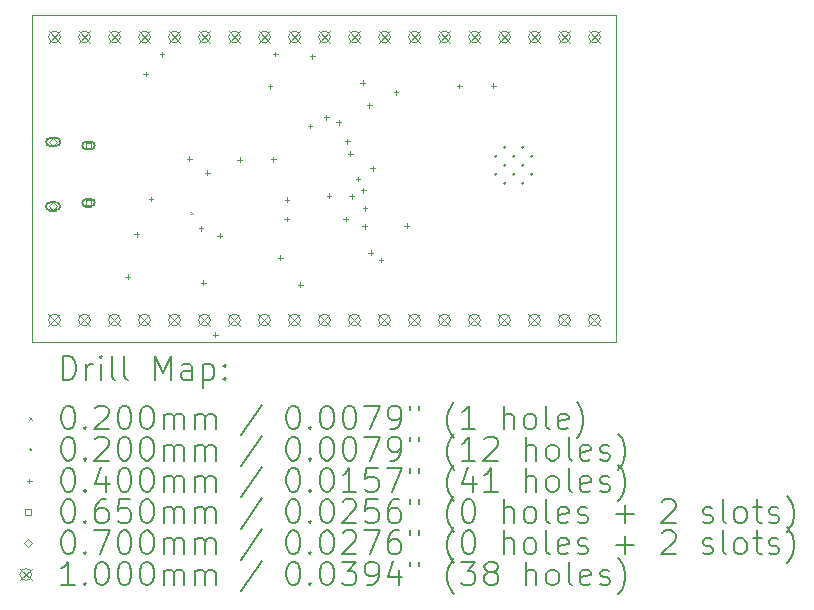
<source format=gbr>
%TF.GenerationSoftware,KiCad,Pcbnew,7.0.8*%
%TF.CreationDate,2023-12-18T21:49:58+05:30*%
%TF.ProjectId,ESP WROOM 32-Devkit V4,45535020-5752-44f4-9f4d-2033322d4465,rev?*%
%TF.SameCoordinates,Original*%
%TF.FileFunction,Drillmap*%
%TF.FilePolarity,Positive*%
%FSLAX45Y45*%
G04 Gerber Fmt 4.5, Leading zero omitted, Abs format (unit mm)*
G04 Created by KiCad (PCBNEW 7.0.8) date 2023-12-18 21:49:58*
%MOMM*%
%LPD*%
G01*
G04 APERTURE LIST*
%ADD10C,0.100000*%
%ADD11C,0.200000*%
%ADD12C,0.020000*%
%ADD13C,0.040000*%
%ADD14C,0.065000*%
%ADD15C,0.070000*%
G04 APERTURE END LIST*
D10*
X9907000Y-8782000D02*
X14852000Y-8782000D01*
X14852000Y-11557000D01*
X9907000Y-11557000D01*
X9907000Y-8782000D01*
D11*
D12*
X11249454Y-10451534D02*
X11269454Y-10471534D01*
X11269454Y-10451534D02*
X11249454Y-10471534D01*
X13841500Y-9981750D02*
G75*
G03*
X13841500Y-9981750I-10000J0D01*
G01*
X13841500Y-10134250D02*
G75*
G03*
X13841500Y-10134250I-10000J0D01*
G01*
X13917750Y-9905500D02*
G75*
G03*
X13917750Y-9905500I-10000J0D01*
G01*
X13917750Y-10058000D02*
G75*
G03*
X13917750Y-10058000I-10000J0D01*
G01*
X13917750Y-10210500D02*
G75*
G03*
X13917750Y-10210500I-10000J0D01*
G01*
X13994000Y-9981750D02*
G75*
G03*
X13994000Y-9981750I-10000J0D01*
G01*
X13994000Y-10134250D02*
G75*
G03*
X13994000Y-10134250I-10000J0D01*
G01*
X14070250Y-9905500D02*
G75*
G03*
X14070250Y-9905500I-10000J0D01*
G01*
X14070250Y-10058000D02*
G75*
G03*
X14070250Y-10058000I-10000J0D01*
G01*
X14070250Y-10210500D02*
G75*
G03*
X14070250Y-10210500I-10000J0D01*
G01*
X14146500Y-9981750D02*
G75*
G03*
X14146500Y-9981750I-10000J0D01*
G01*
X14146500Y-10134250D02*
G75*
G03*
X14146500Y-10134250I-10000J0D01*
G01*
D13*
X10713000Y-10981000D02*
X10713000Y-11021000D01*
X10693000Y-11001000D02*
X10733000Y-11001000D01*
X10789100Y-10620900D02*
X10789100Y-10660900D01*
X10769100Y-10640900D02*
X10809100Y-10640900D01*
X10867100Y-9265340D02*
X10867100Y-9305340D01*
X10847100Y-9285340D02*
X10887100Y-9285340D01*
X10911000Y-10323400D02*
X10911000Y-10363400D01*
X10891000Y-10343400D02*
X10931000Y-10343400D01*
X11004600Y-9098230D02*
X11004600Y-9138230D01*
X10984600Y-9118230D02*
X11024600Y-9118230D01*
X11236600Y-9981200D02*
X11236600Y-10021200D01*
X11216600Y-10001200D02*
X11256600Y-10001200D01*
X11335000Y-10571000D02*
X11335000Y-10611000D01*
X11315000Y-10591000D02*
X11355000Y-10591000D01*
X11354100Y-11032500D02*
X11354100Y-11072500D01*
X11334100Y-11052500D02*
X11374100Y-11052500D01*
X11387000Y-10099600D02*
X11387000Y-10139600D01*
X11367000Y-10119600D02*
X11407000Y-10119600D01*
X11454600Y-11471200D02*
X11454600Y-11511200D01*
X11434600Y-11491200D02*
X11474600Y-11491200D01*
X11492500Y-10633200D02*
X11492500Y-10673200D01*
X11472500Y-10653200D02*
X11512500Y-10653200D01*
X11661400Y-9990700D02*
X11661400Y-10030700D01*
X11641400Y-10010700D02*
X11681400Y-10010700D01*
X11919700Y-9367530D02*
X11919700Y-9407530D01*
X11899700Y-9387530D02*
X11939700Y-9387530D01*
X11947000Y-9986000D02*
X11947000Y-10026000D01*
X11927000Y-10006000D02*
X11967000Y-10006000D01*
X11963100Y-9096020D02*
X11963100Y-9136020D01*
X11943100Y-9116020D02*
X11983100Y-9116020D01*
X12005600Y-10820800D02*
X12005600Y-10860800D01*
X11985600Y-10840800D02*
X12025600Y-10840800D01*
X12060400Y-10493200D02*
X12060400Y-10533200D01*
X12040400Y-10513200D02*
X12080400Y-10513200D01*
X12063300Y-10328000D02*
X12063300Y-10368000D01*
X12043300Y-10348000D02*
X12083300Y-10348000D01*
X12175900Y-11047800D02*
X12175900Y-11087800D01*
X12155900Y-11067800D02*
X12195900Y-11067800D01*
X12258300Y-9704420D02*
X12258300Y-9744420D01*
X12238300Y-9724420D02*
X12278300Y-9724420D01*
X12276400Y-9116480D02*
X12276400Y-9156480D01*
X12256400Y-9136480D02*
X12296400Y-9136480D01*
X12396900Y-9630530D02*
X12396900Y-9670530D01*
X12376900Y-9650530D02*
X12416900Y-9650530D01*
X12417400Y-10294500D02*
X12417400Y-10334500D01*
X12397400Y-10314500D02*
X12437400Y-10314500D01*
X12501200Y-9672360D02*
X12501200Y-9712360D01*
X12481200Y-9692360D02*
X12521200Y-9692360D01*
X12561000Y-10493100D02*
X12561000Y-10533100D01*
X12541000Y-10513100D02*
X12581000Y-10513100D01*
X12573300Y-9835770D02*
X12573300Y-9875770D01*
X12553300Y-9855770D02*
X12593300Y-9855770D01*
X12598100Y-9938970D02*
X12598100Y-9978970D01*
X12578100Y-9958970D02*
X12618100Y-9958970D01*
X12611300Y-10299700D02*
X12611300Y-10339700D01*
X12591300Y-10319700D02*
X12631300Y-10319700D01*
X12664000Y-10153400D02*
X12664000Y-10193400D01*
X12644000Y-10173400D02*
X12684000Y-10173400D01*
X12704900Y-9336690D02*
X12704900Y-9376690D01*
X12684900Y-9356690D02*
X12724900Y-9356690D01*
X12709100Y-10251000D02*
X12709100Y-10291000D01*
X12689100Y-10271000D02*
X12729100Y-10271000D01*
X12719300Y-10555200D02*
X12719300Y-10595200D01*
X12699300Y-10575200D02*
X12739300Y-10575200D01*
X12723300Y-10401000D02*
X12723300Y-10441000D01*
X12703300Y-10421000D02*
X12743300Y-10421000D01*
X12759300Y-9530460D02*
X12759300Y-9570460D01*
X12739300Y-9550460D02*
X12779300Y-9550460D01*
X12769700Y-10778700D02*
X12769700Y-10818700D01*
X12749700Y-10798700D02*
X12789700Y-10798700D01*
X12789300Y-10062800D02*
X12789300Y-10102800D01*
X12769300Y-10082800D02*
X12809300Y-10082800D01*
X12858600Y-10840400D02*
X12858600Y-10880400D01*
X12838600Y-10860400D02*
X12878600Y-10860400D01*
X12984700Y-9419590D02*
X12984700Y-9459590D01*
X12964700Y-9439590D02*
X13004700Y-9439590D01*
X13075700Y-10548800D02*
X13075700Y-10588800D01*
X13055700Y-10568800D02*
X13095700Y-10568800D01*
X13521600Y-9365770D02*
X13521600Y-9405770D01*
X13501600Y-9385770D02*
X13541600Y-9385770D01*
X13810000Y-9364800D02*
X13810000Y-9404800D01*
X13790000Y-9384800D02*
X13830000Y-9384800D01*
D14*
X10405231Y-9913981D02*
X10405231Y-9868019D01*
X10359269Y-9868019D01*
X10359269Y-9913981D01*
X10405231Y-9913981D01*
D11*
X10362250Y-9923500D02*
X10402250Y-9923500D01*
X10402250Y-9923500D02*
G75*
G03*
X10402250Y-9858500I0J32500D01*
G01*
X10402250Y-9858500D02*
X10362250Y-9858500D01*
X10362250Y-9858500D02*
G75*
G03*
X10362250Y-9923500I0J-32500D01*
G01*
D14*
X10405231Y-10397981D02*
X10405231Y-10352019D01*
X10359269Y-10352019D01*
X10359269Y-10397981D01*
X10405231Y-10397981D01*
D11*
X10362250Y-10407500D02*
X10402250Y-10407500D01*
X10402250Y-10407500D02*
G75*
G03*
X10402250Y-10342500I0J32500D01*
G01*
X10402250Y-10342500D02*
X10362250Y-10342500D01*
X10362250Y-10342500D02*
G75*
G03*
X10362250Y-10407500I0J-32500D01*
G01*
D15*
X10082250Y-9895000D02*
X10117250Y-9860000D01*
X10082250Y-9825000D01*
X10047250Y-9860000D01*
X10082250Y-9895000D01*
D11*
X10057250Y-9895000D02*
X10107250Y-9895000D01*
X10107250Y-9895000D02*
G75*
G03*
X10107250Y-9825000I0J35000D01*
G01*
X10107250Y-9825000D02*
X10057250Y-9825000D01*
X10057250Y-9825000D02*
G75*
G03*
X10057250Y-9895000I0J-35000D01*
G01*
D15*
X10082250Y-10441000D02*
X10117250Y-10406000D01*
X10082250Y-10371000D01*
X10047250Y-10406000D01*
X10082250Y-10441000D01*
D11*
X10057250Y-10441000D02*
X10107250Y-10441000D01*
X10107250Y-10441000D02*
G75*
G03*
X10107250Y-10371000I0J35000D01*
G01*
X10107250Y-10371000D02*
X10057250Y-10371000D01*
X10057250Y-10371000D02*
G75*
G03*
X10057250Y-10441000I0J-35000D01*
G01*
D10*
X10043000Y-11318000D02*
X10143000Y-11418000D01*
X10143000Y-11318000D02*
X10043000Y-11418000D01*
X10143000Y-11368000D02*
G75*
G03*
X10143000Y-11368000I-50000J0D01*
G01*
X10044000Y-8921000D02*
X10144000Y-9021000D01*
X10144000Y-8921000D02*
X10044000Y-9021000D01*
X10144000Y-8971000D02*
G75*
G03*
X10144000Y-8971000I-50000J0D01*
G01*
X10297000Y-11318000D02*
X10397000Y-11418000D01*
X10397000Y-11318000D02*
X10297000Y-11418000D01*
X10397000Y-11368000D02*
G75*
G03*
X10397000Y-11368000I-50000J0D01*
G01*
X10298000Y-8921000D02*
X10398000Y-9021000D01*
X10398000Y-8921000D02*
X10298000Y-9021000D01*
X10398000Y-8971000D02*
G75*
G03*
X10398000Y-8971000I-50000J0D01*
G01*
X10551000Y-11318000D02*
X10651000Y-11418000D01*
X10651000Y-11318000D02*
X10551000Y-11418000D01*
X10651000Y-11368000D02*
G75*
G03*
X10651000Y-11368000I-50000J0D01*
G01*
X10552000Y-8921000D02*
X10652000Y-9021000D01*
X10652000Y-8921000D02*
X10552000Y-9021000D01*
X10652000Y-8971000D02*
G75*
G03*
X10652000Y-8971000I-50000J0D01*
G01*
X10805000Y-11318000D02*
X10905000Y-11418000D01*
X10905000Y-11318000D02*
X10805000Y-11418000D01*
X10905000Y-11368000D02*
G75*
G03*
X10905000Y-11368000I-50000J0D01*
G01*
X10806000Y-8921000D02*
X10906000Y-9021000D01*
X10906000Y-8921000D02*
X10806000Y-9021000D01*
X10906000Y-8971000D02*
G75*
G03*
X10906000Y-8971000I-50000J0D01*
G01*
X11059000Y-11318000D02*
X11159000Y-11418000D01*
X11159000Y-11318000D02*
X11059000Y-11418000D01*
X11159000Y-11368000D02*
G75*
G03*
X11159000Y-11368000I-50000J0D01*
G01*
X11060000Y-8921000D02*
X11160000Y-9021000D01*
X11160000Y-8921000D02*
X11060000Y-9021000D01*
X11160000Y-8971000D02*
G75*
G03*
X11160000Y-8971000I-50000J0D01*
G01*
X11313000Y-11318000D02*
X11413000Y-11418000D01*
X11413000Y-11318000D02*
X11313000Y-11418000D01*
X11413000Y-11368000D02*
G75*
G03*
X11413000Y-11368000I-50000J0D01*
G01*
X11314000Y-8921000D02*
X11414000Y-9021000D01*
X11414000Y-8921000D02*
X11314000Y-9021000D01*
X11414000Y-8971000D02*
G75*
G03*
X11414000Y-8971000I-50000J0D01*
G01*
X11567000Y-11318000D02*
X11667000Y-11418000D01*
X11667000Y-11318000D02*
X11567000Y-11418000D01*
X11667000Y-11368000D02*
G75*
G03*
X11667000Y-11368000I-50000J0D01*
G01*
X11568000Y-8921000D02*
X11668000Y-9021000D01*
X11668000Y-8921000D02*
X11568000Y-9021000D01*
X11668000Y-8971000D02*
G75*
G03*
X11668000Y-8971000I-50000J0D01*
G01*
X11821000Y-11318000D02*
X11921000Y-11418000D01*
X11921000Y-11318000D02*
X11821000Y-11418000D01*
X11921000Y-11368000D02*
G75*
G03*
X11921000Y-11368000I-50000J0D01*
G01*
X11822000Y-8921000D02*
X11922000Y-9021000D01*
X11922000Y-8921000D02*
X11822000Y-9021000D01*
X11922000Y-8971000D02*
G75*
G03*
X11922000Y-8971000I-50000J0D01*
G01*
X12075000Y-11318000D02*
X12175000Y-11418000D01*
X12175000Y-11318000D02*
X12075000Y-11418000D01*
X12175000Y-11368000D02*
G75*
G03*
X12175000Y-11368000I-50000J0D01*
G01*
X12076000Y-8921000D02*
X12176000Y-9021000D01*
X12176000Y-8921000D02*
X12076000Y-9021000D01*
X12176000Y-8971000D02*
G75*
G03*
X12176000Y-8971000I-50000J0D01*
G01*
X12329000Y-11318000D02*
X12429000Y-11418000D01*
X12429000Y-11318000D02*
X12329000Y-11418000D01*
X12429000Y-11368000D02*
G75*
G03*
X12429000Y-11368000I-50000J0D01*
G01*
X12330000Y-8921000D02*
X12430000Y-9021000D01*
X12430000Y-8921000D02*
X12330000Y-9021000D01*
X12430000Y-8971000D02*
G75*
G03*
X12430000Y-8971000I-50000J0D01*
G01*
X12583000Y-11318000D02*
X12683000Y-11418000D01*
X12683000Y-11318000D02*
X12583000Y-11418000D01*
X12683000Y-11368000D02*
G75*
G03*
X12683000Y-11368000I-50000J0D01*
G01*
X12584000Y-8921000D02*
X12684000Y-9021000D01*
X12684000Y-8921000D02*
X12584000Y-9021000D01*
X12684000Y-8971000D02*
G75*
G03*
X12684000Y-8971000I-50000J0D01*
G01*
X12837000Y-11318000D02*
X12937000Y-11418000D01*
X12937000Y-11318000D02*
X12837000Y-11418000D01*
X12937000Y-11368000D02*
G75*
G03*
X12937000Y-11368000I-50000J0D01*
G01*
X12838000Y-8921000D02*
X12938000Y-9021000D01*
X12938000Y-8921000D02*
X12838000Y-9021000D01*
X12938000Y-8971000D02*
G75*
G03*
X12938000Y-8971000I-50000J0D01*
G01*
X13091000Y-11318000D02*
X13191000Y-11418000D01*
X13191000Y-11318000D02*
X13091000Y-11418000D01*
X13191000Y-11368000D02*
G75*
G03*
X13191000Y-11368000I-50000J0D01*
G01*
X13092000Y-8921000D02*
X13192000Y-9021000D01*
X13192000Y-8921000D02*
X13092000Y-9021000D01*
X13192000Y-8971000D02*
G75*
G03*
X13192000Y-8971000I-50000J0D01*
G01*
X13345000Y-11318000D02*
X13445000Y-11418000D01*
X13445000Y-11318000D02*
X13345000Y-11418000D01*
X13445000Y-11368000D02*
G75*
G03*
X13445000Y-11368000I-50000J0D01*
G01*
X13346000Y-8921000D02*
X13446000Y-9021000D01*
X13446000Y-8921000D02*
X13346000Y-9021000D01*
X13446000Y-8971000D02*
G75*
G03*
X13446000Y-8971000I-50000J0D01*
G01*
X13599000Y-11318000D02*
X13699000Y-11418000D01*
X13699000Y-11318000D02*
X13599000Y-11418000D01*
X13699000Y-11368000D02*
G75*
G03*
X13699000Y-11368000I-50000J0D01*
G01*
X13600000Y-8921000D02*
X13700000Y-9021000D01*
X13700000Y-8921000D02*
X13600000Y-9021000D01*
X13700000Y-8971000D02*
G75*
G03*
X13700000Y-8971000I-50000J0D01*
G01*
X13853000Y-11318000D02*
X13953000Y-11418000D01*
X13953000Y-11318000D02*
X13853000Y-11418000D01*
X13953000Y-11368000D02*
G75*
G03*
X13953000Y-11368000I-50000J0D01*
G01*
X13854000Y-8921000D02*
X13954000Y-9021000D01*
X13954000Y-8921000D02*
X13854000Y-9021000D01*
X13954000Y-8971000D02*
G75*
G03*
X13954000Y-8971000I-50000J0D01*
G01*
X14107000Y-11318000D02*
X14207000Y-11418000D01*
X14207000Y-11318000D02*
X14107000Y-11418000D01*
X14207000Y-11368000D02*
G75*
G03*
X14207000Y-11368000I-50000J0D01*
G01*
X14108000Y-8921000D02*
X14208000Y-9021000D01*
X14208000Y-8921000D02*
X14108000Y-9021000D01*
X14208000Y-8971000D02*
G75*
G03*
X14208000Y-8971000I-50000J0D01*
G01*
X14361000Y-11318000D02*
X14461000Y-11418000D01*
X14461000Y-11318000D02*
X14361000Y-11418000D01*
X14461000Y-11368000D02*
G75*
G03*
X14461000Y-11368000I-50000J0D01*
G01*
X14362000Y-8921000D02*
X14462000Y-9021000D01*
X14462000Y-8921000D02*
X14362000Y-9021000D01*
X14462000Y-8971000D02*
G75*
G03*
X14462000Y-8971000I-50000J0D01*
G01*
X14615000Y-11318000D02*
X14715000Y-11418000D01*
X14715000Y-11318000D02*
X14615000Y-11418000D01*
X14715000Y-11368000D02*
G75*
G03*
X14715000Y-11368000I-50000J0D01*
G01*
X14616000Y-8921000D02*
X14716000Y-9021000D01*
X14716000Y-8921000D02*
X14616000Y-9021000D01*
X14716000Y-8971000D02*
G75*
G03*
X14716000Y-8971000I-50000J0D01*
G01*
D11*
X10162777Y-11873484D02*
X10162777Y-11673484D01*
X10162777Y-11673484D02*
X10210396Y-11673484D01*
X10210396Y-11673484D02*
X10238967Y-11683008D01*
X10238967Y-11683008D02*
X10258015Y-11702055D01*
X10258015Y-11702055D02*
X10267539Y-11721103D01*
X10267539Y-11721103D02*
X10277063Y-11759198D01*
X10277063Y-11759198D02*
X10277063Y-11787769D01*
X10277063Y-11787769D02*
X10267539Y-11825865D01*
X10267539Y-11825865D02*
X10258015Y-11844912D01*
X10258015Y-11844912D02*
X10238967Y-11863960D01*
X10238967Y-11863960D02*
X10210396Y-11873484D01*
X10210396Y-11873484D02*
X10162777Y-11873484D01*
X10362777Y-11873484D02*
X10362777Y-11740150D01*
X10362777Y-11778246D02*
X10372301Y-11759198D01*
X10372301Y-11759198D02*
X10381824Y-11749674D01*
X10381824Y-11749674D02*
X10400872Y-11740150D01*
X10400872Y-11740150D02*
X10419920Y-11740150D01*
X10486586Y-11873484D02*
X10486586Y-11740150D01*
X10486586Y-11673484D02*
X10477063Y-11683008D01*
X10477063Y-11683008D02*
X10486586Y-11692531D01*
X10486586Y-11692531D02*
X10496110Y-11683008D01*
X10496110Y-11683008D02*
X10486586Y-11673484D01*
X10486586Y-11673484D02*
X10486586Y-11692531D01*
X10610396Y-11873484D02*
X10591348Y-11863960D01*
X10591348Y-11863960D02*
X10581824Y-11844912D01*
X10581824Y-11844912D02*
X10581824Y-11673484D01*
X10715158Y-11873484D02*
X10696110Y-11863960D01*
X10696110Y-11863960D02*
X10686586Y-11844912D01*
X10686586Y-11844912D02*
X10686586Y-11673484D01*
X10943729Y-11873484D02*
X10943729Y-11673484D01*
X10943729Y-11673484D02*
X11010396Y-11816341D01*
X11010396Y-11816341D02*
X11077063Y-11673484D01*
X11077063Y-11673484D02*
X11077063Y-11873484D01*
X11258015Y-11873484D02*
X11258015Y-11768722D01*
X11258015Y-11768722D02*
X11248491Y-11749674D01*
X11248491Y-11749674D02*
X11229443Y-11740150D01*
X11229443Y-11740150D02*
X11191348Y-11740150D01*
X11191348Y-11740150D02*
X11172301Y-11749674D01*
X11258015Y-11863960D02*
X11238967Y-11873484D01*
X11238967Y-11873484D02*
X11191348Y-11873484D01*
X11191348Y-11873484D02*
X11172301Y-11863960D01*
X11172301Y-11863960D02*
X11162777Y-11844912D01*
X11162777Y-11844912D02*
X11162777Y-11825865D01*
X11162777Y-11825865D02*
X11172301Y-11806817D01*
X11172301Y-11806817D02*
X11191348Y-11797293D01*
X11191348Y-11797293D02*
X11238967Y-11797293D01*
X11238967Y-11797293D02*
X11258015Y-11787769D01*
X11353253Y-11740150D02*
X11353253Y-11940150D01*
X11353253Y-11749674D02*
X11372301Y-11740150D01*
X11372301Y-11740150D02*
X11410396Y-11740150D01*
X11410396Y-11740150D02*
X11429443Y-11749674D01*
X11429443Y-11749674D02*
X11438967Y-11759198D01*
X11438967Y-11759198D02*
X11448491Y-11778246D01*
X11448491Y-11778246D02*
X11448491Y-11835388D01*
X11448491Y-11835388D02*
X11438967Y-11854436D01*
X11438967Y-11854436D02*
X11429443Y-11863960D01*
X11429443Y-11863960D02*
X11410396Y-11873484D01*
X11410396Y-11873484D02*
X11372301Y-11873484D01*
X11372301Y-11873484D02*
X11353253Y-11863960D01*
X11534205Y-11854436D02*
X11543729Y-11863960D01*
X11543729Y-11863960D02*
X11534205Y-11873484D01*
X11534205Y-11873484D02*
X11524682Y-11863960D01*
X11524682Y-11863960D02*
X11534205Y-11854436D01*
X11534205Y-11854436D02*
X11534205Y-11873484D01*
X11534205Y-11749674D02*
X11543729Y-11759198D01*
X11543729Y-11759198D02*
X11534205Y-11768722D01*
X11534205Y-11768722D02*
X11524682Y-11759198D01*
X11524682Y-11759198D02*
X11534205Y-11749674D01*
X11534205Y-11749674D02*
X11534205Y-11768722D01*
D12*
X9882000Y-12192000D02*
X9902000Y-12212000D01*
X9902000Y-12192000D02*
X9882000Y-12212000D01*
D11*
X10200872Y-12093484D02*
X10219920Y-12093484D01*
X10219920Y-12093484D02*
X10238967Y-12103008D01*
X10238967Y-12103008D02*
X10248491Y-12112531D01*
X10248491Y-12112531D02*
X10258015Y-12131579D01*
X10258015Y-12131579D02*
X10267539Y-12169674D01*
X10267539Y-12169674D02*
X10267539Y-12217293D01*
X10267539Y-12217293D02*
X10258015Y-12255388D01*
X10258015Y-12255388D02*
X10248491Y-12274436D01*
X10248491Y-12274436D02*
X10238967Y-12283960D01*
X10238967Y-12283960D02*
X10219920Y-12293484D01*
X10219920Y-12293484D02*
X10200872Y-12293484D01*
X10200872Y-12293484D02*
X10181824Y-12283960D01*
X10181824Y-12283960D02*
X10172301Y-12274436D01*
X10172301Y-12274436D02*
X10162777Y-12255388D01*
X10162777Y-12255388D02*
X10153253Y-12217293D01*
X10153253Y-12217293D02*
X10153253Y-12169674D01*
X10153253Y-12169674D02*
X10162777Y-12131579D01*
X10162777Y-12131579D02*
X10172301Y-12112531D01*
X10172301Y-12112531D02*
X10181824Y-12103008D01*
X10181824Y-12103008D02*
X10200872Y-12093484D01*
X10353253Y-12274436D02*
X10362777Y-12283960D01*
X10362777Y-12283960D02*
X10353253Y-12293484D01*
X10353253Y-12293484D02*
X10343729Y-12283960D01*
X10343729Y-12283960D02*
X10353253Y-12274436D01*
X10353253Y-12274436D02*
X10353253Y-12293484D01*
X10438967Y-12112531D02*
X10448491Y-12103008D01*
X10448491Y-12103008D02*
X10467539Y-12093484D01*
X10467539Y-12093484D02*
X10515158Y-12093484D01*
X10515158Y-12093484D02*
X10534205Y-12103008D01*
X10534205Y-12103008D02*
X10543729Y-12112531D01*
X10543729Y-12112531D02*
X10553253Y-12131579D01*
X10553253Y-12131579D02*
X10553253Y-12150627D01*
X10553253Y-12150627D02*
X10543729Y-12179198D01*
X10543729Y-12179198D02*
X10429444Y-12293484D01*
X10429444Y-12293484D02*
X10553253Y-12293484D01*
X10677063Y-12093484D02*
X10696110Y-12093484D01*
X10696110Y-12093484D02*
X10715158Y-12103008D01*
X10715158Y-12103008D02*
X10724682Y-12112531D01*
X10724682Y-12112531D02*
X10734205Y-12131579D01*
X10734205Y-12131579D02*
X10743729Y-12169674D01*
X10743729Y-12169674D02*
X10743729Y-12217293D01*
X10743729Y-12217293D02*
X10734205Y-12255388D01*
X10734205Y-12255388D02*
X10724682Y-12274436D01*
X10724682Y-12274436D02*
X10715158Y-12283960D01*
X10715158Y-12283960D02*
X10696110Y-12293484D01*
X10696110Y-12293484D02*
X10677063Y-12293484D01*
X10677063Y-12293484D02*
X10658015Y-12283960D01*
X10658015Y-12283960D02*
X10648491Y-12274436D01*
X10648491Y-12274436D02*
X10638967Y-12255388D01*
X10638967Y-12255388D02*
X10629444Y-12217293D01*
X10629444Y-12217293D02*
X10629444Y-12169674D01*
X10629444Y-12169674D02*
X10638967Y-12131579D01*
X10638967Y-12131579D02*
X10648491Y-12112531D01*
X10648491Y-12112531D02*
X10658015Y-12103008D01*
X10658015Y-12103008D02*
X10677063Y-12093484D01*
X10867539Y-12093484D02*
X10886586Y-12093484D01*
X10886586Y-12093484D02*
X10905634Y-12103008D01*
X10905634Y-12103008D02*
X10915158Y-12112531D01*
X10915158Y-12112531D02*
X10924682Y-12131579D01*
X10924682Y-12131579D02*
X10934205Y-12169674D01*
X10934205Y-12169674D02*
X10934205Y-12217293D01*
X10934205Y-12217293D02*
X10924682Y-12255388D01*
X10924682Y-12255388D02*
X10915158Y-12274436D01*
X10915158Y-12274436D02*
X10905634Y-12283960D01*
X10905634Y-12283960D02*
X10886586Y-12293484D01*
X10886586Y-12293484D02*
X10867539Y-12293484D01*
X10867539Y-12293484D02*
X10848491Y-12283960D01*
X10848491Y-12283960D02*
X10838967Y-12274436D01*
X10838967Y-12274436D02*
X10829444Y-12255388D01*
X10829444Y-12255388D02*
X10819920Y-12217293D01*
X10819920Y-12217293D02*
X10819920Y-12169674D01*
X10819920Y-12169674D02*
X10829444Y-12131579D01*
X10829444Y-12131579D02*
X10838967Y-12112531D01*
X10838967Y-12112531D02*
X10848491Y-12103008D01*
X10848491Y-12103008D02*
X10867539Y-12093484D01*
X11019920Y-12293484D02*
X11019920Y-12160150D01*
X11019920Y-12179198D02*
X11029444Y-12169674D01*
X11029444Y-12169674D02*
X11048491Y-12160150D01*
X11048491Y-12160150D02*
X11077063Y-12160150D01*
X11077063Y-12160150D02*
X11096110Y-12169674D01*
X11096110Y-12169674D02*
X11105634Y-12188722D01*
X11105634Y-12188722D02*
X11105634Y-12293484D01*
X11105634Y-12188722D02*
X11115158Y-12169674D01*
X11115158Y-12169674D02*
X11134205Y-12160150D01*
X11134205Y-12160150D02*
X11162777Y-12160150D01*
X11162777Y-12160150D02*
X11181825Y-12169674D01*
X11181825Y-12169674D02*
X11191348Y-12188722D01*
X11191348Y-12188722D02*
X11191348Y-12293484D01*
X11286586Y-12293484D02*
X11286586Y-12160150D01*
X11286586Y-12179198D02*
X11296110Y-12169674D01*
X11296110Y-12169674D02*
X11315158Y-12160150D01*
X11315158Y-12160150D02*
X11343729Y-12160150D01*
X11343729Y-12160150D02*
X11362777Y-12169674D01*
X11362777Y-12169674D02*
X11372301Y-12188722D01*
X11372301Y-12188722D02*
X11372301Y-12293484D01*
X11372301Y-12188722D02*
X11381824Y-12169674D01*
X11381824Y-12169674D02*
X11400872Y-12160150D01*
X11400872Y-12160150D02*
X11429443Y-12160150D01*
X11429443Y-12160150D02*
X11448491Y-12169674D01*
X11448491Y-12169674D02*
X11458015Y-12188722D01*
X11458015Y-12188722D02*
X11458015Y-12293484D01*
X11848491Y-12083960D02*
X11677063Y-12341103D01*
X12105634Y-12093484D02*
X12124682Y-12093484D01*
X12124682Y-12093484D02*
X12143729Y-12103008D01*
X12143729Y-12103008D02*
X12153253Y-12112531D01*
X12153253Y-12112531D02*
X12162777Y-12131579D01*
X12162777Y-12131579D02*
X12172301Y-12169674D01*
X12172301Y-12169674D02*
X12172301Y-12217293D01*
X12172301Y-12217293D02*
X12162777Y-12255388D01*
X12162777Y-12255388D02*
X12153253Y-12274436D01*
X12153253Y-12274436D02*
X12143729Y-12283960D01*
X12143729Y-12283960D02*
X12124682Y-12293484D01*
X12124682Y-12293484D02*
X12105634Y-12293484D01*
X12105634Y-12293484D02*
X12086586Y-12283960D01*
X12086586Y-12283960D02*
X12077063Y-12274436D01*
X12077063Y-12274436D02*
X12067539Y-12255388D01*
X12067539Y-12255388D02*
X12058015Y-12217293D01*
X12058015Y-12217293D02*
X12058015Y-12169674D01*
X12058015Y-12169674D02*
X12067539Y-12131579D01*
X12067539Y-12131579D02*
X12077063Y-12112531D01*
X12077063Y-12112531D02*
X12086586Y-12103008D01*
X12086586Y-12103008D02*
X12105634Y-12093484D01*
X12258015Y-12274436D02*
X12267539Y-12283960D01*
X12267539Y-12283960D02*
X12258015Y-12293484D01*
X12258015Y-12293484D02*
X12248491Y-12283960D01*
X12248491Y-12283960D02*
X12258015Y-12274436D01*
X12258015Y-12274436D02*
X12258015Y-12293484D01*
X12391348Y-12093484D02*
X12410396Y-12093484D01*
X12410396Y-12093484D02*
X12429444Y-12103008D01*
X12429444Y-12103008D02*
X12438967Y-12112531D01*
X12438967Y-12112531D02*
X12448491Y-12131579D01*
X12448491Y-12131579D02*
X12458015Y-12169674D01*
X12458015Y-12169674D02*
X12458015Y-12217293D01*
X12458015Y-12217293D02*
X12448491Y-12255388D01*
X12448491Y-12255388D02*
X12438967Y-12274436D01*
X12438967Y-12274436D02*
X12429444Y-12283960D01*
X12429444Y-12283960D02*
X12410396Y-12293484D01*
X12410396Y-12293484D02*
X12391348Y-12293484D01*
X12391348Y-12293484D02*
X12372301Y-12283960D01*
X12372301Y-12283960D02*
X12362777Y-12274436D01*
X12362777Y-12274436D02*
X12353253Y-12255388D01*
X12353253Y-12255388D02*
X12343729Y-12217293D01*
X12343729Y-12217293D02*
X12343729Y-12169674D01*
X12343729Y-12169674D02*
X12353253Y-12131579D01*
X12353253Y-12131579D02*
X12362777Y-12112531D01*
X12362777Y-12112531D02*
X12372301Y-12103008D01*
X12372301Y-12103008D02*
X12391348Y-12093484D01*
X12581825Y-12093484D02*
X12600872Y-12093484D01*
X12600872Y-12093484D02*
X12619920Y-12103008D01*
X12619920Y-12103008D02*
X12629444Y-12112531D01*
X12629444Y-12112531D02*
X12638967Y-12131579D01*
X12638967Y-12131579D02*
X12648491Y-12169674D01*
X12648491Y-12169674D02*
X12648491Y-12217293D01*
X12648491Y-12217293D02*
X12638967Y-12255388D01*
X12638967Y-12255388D02*
X12629444Y-12274436D01*
X12629444Y-12274436D02*
X12619920Y-12283960D01*
X12619920Y-12283960D02*
X12600872Y-12293484D01*
X12600872Y-12293484D02*
X12581825Y-12293484D01*
X12581825Y-12293484D02*
X12562777Y-12283960D01*
X12562777Y-12283960D02*
X12553253Y-12274436D01*
X12553253Y-12274436D02*
X12543729Y-12255388D01*
X12543729Y-12255388D02*
X12534206Y-12217293D01*
X12534206Y-12217293D02*
X12534206Y-12169674D01*
X12534206Y-12169674D02*
X12543729Y-12131579D01*
X12543729Y-12131579D02*
X12553253Y-12112531D01*
X12553253Y-12112531D02*
X12562777Y-12103008D01*
X12562777Y-12103008D02*
X12581825Y-12093484D01*
X12715158Y-12093484D02*
X12848491Y-12093484D01*
X12848491Y-12093484D02*
X12762777Y-12293484D01*
X12934206Y-12293484D02*
X12972301Y-12293484D01*
X12972301Y-12293484D02*
X12991348Y-12283960D01*
X12991348Y-12283960D02*
X13000872Y-12274436D01*
X13000872Y-12274436D02*
X13019920Y-12245865D01*
X13019920Y-12245865D02*
X13029444Y-12207769D01*
X13029444Y-12207769D02*
X13029444Y-12131579D01*
X13029444Y-12131579D02*
X13019920Y-12112531D01*
X13019920Y-12112531D02*
X13010396Y-12103008D01*
X13010396Y-12103008D02*
X12991348Y-12093484D01*
X12991348Y-12093484D02*
X12953253Y-12093484D01*
X12953253Y-12093484D02*
X12934206Y-12103008D01*
X12934206Y-12103008D02*
X12924682Y-12112531D01*
X12924682Y-12112531D02*
X12915158Y-12131579D01*
X12915158Y-12131579D02*
X12915158Y-12179198D01*
X12915158Y-12179198D02*
X12924682Y-12198246D01*
X12924682Y-12198246D02*
X12934206Y-12207769D01*
X12934206Y-12207769D02*
X12953253Y-12217293D01*
X12953253Y-12217293D02*
X12991348Y-12217293D01*
X12991348Y-12217293D02*
X13010396Y-12207769D01*
X13010396Y-12207769D02*
X13019920Y-12198246D01*
X13019920Y-12198246D02*
X13029444Y-12179198D01*
X13105634Y-12093484D02*
X13105634Y-12131579D01*
X13181825Y-12093484D02*
X13181825Y-12131579D01*
X13477063Y-12369674D02*
X13467539Y-12360150D01*
X13467539Y-12360150D02*
X13448491Y-12331579D01*
X13448491Y-12331579D02*
X13438968Y-12312531D01*
X13438968Y-12312531D02*
X13429444Y-12283960D01*
X13429444Y-12283960D02*
X13419920Y-12236341D01*
X13419920Y-12236341D02*
X13419920Y-12198246D01*
X13419920Y-12198246D02*
X13429444Y-12150627D01*
X13429444Y-12150627D02*
X13438968Y-12122055D01*
X13438968Y-12122055D02*
X13448491Y-12103008D01*
X13448491Y-12103008D02*
X13467539Y-12074436D01*
X13467539Y-12074436D02*
X13477063Y-12064912D01*
X13658015Y-12293484D02*
X13543729Y-12293484D01*
X13600872Y-12293484D02*
X13600872Y-12093484D01*
X13600872Y-12093484D02*
X13581825Y-12122055D01*
X13581825Y-12122055D02*
X13562777Y-12141103D01*
X13562777Y-12141103D02*
X13543729Y-12150627D01*
X13896110Y-12293484D02*
X13896110Y-12093484D01*
X13981825Y-12293484D02*
X13981825Y-12188722D01*
X13981825Y-12188722D02*
X13972301Y-12169674D01*
X13972301Y-12169674D02*
X13953253Y-12160150D01*
X13953253Y-12160150D02*
X13924682Y-12160150D01*
X13924682Y-12160150D02*
X13905634Y-12169674D01*
X13905634Y-12169674D02*
X13896110Y-12179198D01*
X14105634Y-12293484D02*
X14086587Y-12283960D01*
X14086587Y-12283960D02*
X14077063Y-12274436D01*
X14077063Y-12274436D02*
X14067539Y-12255388D01*
X14067539Y-12255388D02*
X14067539Y-12198246D01*
X14067539Y-12198246D02*
X14077063Y-12179198D01*
X14077063Y-12179198D02*
X14086587Y-12169674D01*
X14086587Y-12169674D02*
X14105634Y-12160150D01*
X14105634Y-12160150D02*
X14134206Y-12160150D01*
X14134206Y-12160150D02*
X14153253Y-12169674D01*
X14153253Y-12169674D02*
X14162777Y-12179198D01*
X14162777Y-12179198D02*
X14172301Y-12198246D01*
X14172301Y-12198246D02*
X14172301Y-12255388D01*
X14172301Y-12255388D02*
X14162777Y-12274436D01*
X14162777Y-12274436D02*
X14153253Y-12283960D01*
X14153253Y-12283960D02*
X14134206Y-12293484D01*
X14134206Y-12293484D02*
X14105634Y-12293484D01*
X14286587Y-12293484D02*
X14267539Y-12283960D01*
X14267539Y-12283960D02*
X14258015Y-12264912D01*
X14258015Y-12264912D02*
X14258015Y-12093484D01*
X14438968Y-12283960D02*
X14419920Y-12293484D01*
X14419920Y-12293484D02*
X14381825Y-12293484D01*
X14381825Y-12293484D02*
X14362777Y-12283960D01*
X14362777Y-12283960D02*
X14353253Y-12264912D01*
X14353253Y-12264912D02*
X14353253Y-12188722D01*
X14353253Y-12188722D02*
X14362777Y-12169674D01*
X14362777Y-12169674D02*
X14381825Y-12160150D01*
X14381825Y-12160150D02*
X14419920Y-12160150D01*
X14419920Y-12160150D02*
X14438968Y-12169674D01*
X14438968Y-12169674D02*
X14448491Y-12188722D01*
X14448491Y-12188722D02*
X14448491Y-12207769D01*
X14448491Y-12207769D02*
X14353253Y-12226817D01*
X14515158Y-12369674D02*
X14524682Y-12360150D01*
X14524682Y-12360150D02*
X14543730Y-12331579D01*
X14543730Y-12331579D02*
X14553253Y-12312531D01*
X14553253Y-12312531D02*
X14562777Y-12283960D01*
X14562777Y-12283960D02*
X14572301Y-12236341D01*
X14572301Y-12236341D02*
X14572301Y-12198246D01*
X14572301Y-12198246D02*
X14562777Y-12150627D01*
X14562777Y-12150627D02*
X14553253Y-12122055D01*
X14553253Y-12122055D02*
X14543730Y-12103008D01*
X14543730Y-12103008D02*
X14524682Y-12074436D01*
X14524682Y-12074436D02*
X14515158Y-12064912D01*
D12*
X9902000Y-12466000D02*
G75*
G03*
X9902000Y-12466000I-10000J0D01*
G01*
D11*
X10200872Y-12357484D02*
X10219920Y-12357484D01*
X10219920Y-12357484D02*
X10238967Y-12367008D01*
X10238967Y-12367008D02*
X10248491Y-12376531D01*
X10248491Y-12376531D02*
X10258015Y-12395579D01*
X10258015Y-12395579D02*
X10267539Y-12433674D01*
X10267539Y-12433674D02*
X10267539Y-12481293D01*
X10267539Y-12481293D02*
X10258015Y-12519388D01*
X10258015Y-12519388D02*
X10248491Y-12538436D01*
X10248491Y-12538436D02*
X10238967Y-12547960D01*
X10238967Y-12547960D02*
X10219920Y-12557484D01*
X10219920Y-12557484D02*
X10200872Y-12557484D01*
X10200872Y-12557484D02*
X10181824Y-12547960D01*
X10181824Y-12547960D02*
X10172301Y-12538436D01*
X10172301Y-12538436D02*
X10162777Y-12519388D01*
X10162777Y-12519388D02*
X10153253Y-12481293D01*
X10153253Y-12481293D02*
X10153253Y-12433674D01*
X10153253Y-12433674D02*
X10162777Y-12395579D01*
X10162777Y-12395579D02*
X10172301Y-12376531D01*
X10172301Y-12376531D02*
X10181824Y-12367008D01*
X10181824Y-12367008D02*
X10200872Y-12357484D01*
X10353253Y-12538436D02*
X10362777Y-12547960D01*
X10362777Y-12547960D02*
X10353253Y-12557484D01*
X10353253Y-12557484D02*
X10343729Y-12547960D01*
X10343729Y-12547960D02*
X10353253Y-12538436D01*
X10353253Y-12538436D02*
X10353253Y-12557484D01*
X10438967Y-12376531D02*
X10448491Y-12367008D01*
X10448491Y-12367008D02*
X10467539Y-12357484D01*
X10467539Y-12357484D02*
X10515158Y-12357484D01*
X10515158Y-12357484D02*
X10534205Y-12367008D01*
X10534205Y-12367008D02*
X10543729Y-12376531D01*
X10543729Y-12376531D02*
X10553253Y-12395579D01*
X10553253Y-12395579D02*
X10553253Y-12414627D01*
X10553253Y-12414627D02*
X10543729Y-12443198D01*
X10543729Y-12443198D02*
X10429444Y-12557484D01*
X10429444Y-12557484D02*
X10553253Y-12557484D01*
X10677063Y-12357484D02*
X10696110Y-12357484D01*
X10696110Y-12357484D02*
X10715158Y-12367008D01*
X10715158Y-12367008D02*
X10724682Y-12376531D01*
X10724682Y-12376531D02*
X10734205Y-12395579D01*
X10734205Y-12395579D02*
X10743729Y-12433674D01*
X10743729Y-12433674D02*
X10743729Y-12481293D01*
X10743729Y-12481293D02*
X10734205Y-12519388D01*
X10734205Y-12519388D02*
X10724682Y-12538436D01*
X10724682Y-12538436D02*
X10715158Y-12547960D01*
X10715158Y-12547960D02*
X10696110Y-12557484D01*
X10696110Y-12557484D02*
X10677063Y-12557484D01*
X10677063Y-12557484D02*
X10658015Y-12547960D01*
X10658015Y-12547960D02*
X10648491Y-12538436D01*
X10648491Y-12538436D02*
X10638967Y-12519388D01*
X10638967Y-12519388D02*
X10629444Y-12481293D01*
X10629444Y-12481293D02*
X10629444Y-12433674D01*
X10629444Y-12433674D02*
X10638967Y-12395579D01*
X10638967Y-12395579D02*
X10648491Y-12376531D01*
X10648491Y-12376531D02*
X10658015Y-12367008D01*
X10658015Y-12367008D02*
X10677063Y-12357484D01*
X10867539Y-12357484D02*
X10886586Y-12357484D01*
X10886586Y-12357484D02*
X10905634Y-12367008D01*
X10905634Y-12367008D02*
X10915158Y-12376531D01*
X10915158Y-12376531D02*
X10924682Y-12395579D01*
X10924682Y-12395579D02*
X10934205Y-12433674D01*
X10934205Y-12433674D02*
X10934205Y-12481293D01*
X10934205Y-12481293D02*
X10924682Y-12519388D01*
X10924682Y-12519388D02*
X10915158Y-12538436D01*
X10915158Y-12538436D02*
X10905634Y-12547960D01*
X10905634Y-12547960D02*
X10886586Y-12557484D01*
X10886586Y-12557484D02*
X10867539Y-12557484D01*
X10867539Y-12557484D02*
X10848491Y-12547960D01*
X10848491Y-12547960D02*
X10838967Y-12538436D01*
X10838967Y-12538436D02*
X10829444Y-12519388D01*
X10829444Y-12519388D02*
X10819920Y-12481293D01*
X10819920Y-12481293D02*
X10819920Y-12433674D01*
X10819920Y-12433674D02*
X10829444Y-12395579D01*
X10829444Y-12395579D02*
X10838967Y-12376531D01*
X10838967Y-12376531D02*
X10848491Y-12367008D01*
X10848491Y-12367008D02*
X10867539Y-12357484D01*
X11019920Y-12557484D02*
X11019920Y-12424150D01*
X11019920Y-12443198D02*
X11029444Y-12433674D01*
X11029444Y-12433674D02*
X11048491Y-12424150D01*
X11048491Y-12424150D02*
X11077063Y-12424150D01*
X11077063Y-12424150D02*
X11096110Y-12433674D01*
X11096110Y-12433674D02*
X11105634Y-12452722D01*
X11105634Y-12452722D02*
X11105634Y-12557484D01*
X11105634Y-12452722D02*
X11115158Y-12433674D01*
X11115158Y-12433674D02*
X11134205Y-12424150D01*
X11134205Y-12424150D02*
X11162777Y-12424150D01*
X11162777Y-12424150D02*
X11181825Y-12433674D01*
X11181825Y-12433674D02*
X11191348Y-12452722D01*
X11191348Y-12452722D02*
X11191348Y-12557484D01*
X11286586Y-12557484D02*
X11286586Y-12424150D01*
X11286586Y-12443198D02*
X11296110Y-12433674D01*
X11296110Y-12433674D02*
X11315158Y-12424150D01*
X11315158Y-12424150D02*
X11343729Y-12424150D01*
X11343729Y-12424150D02*
X11362777Y-12433674D01*
X11362777Y-12433674D02*
X11372301Y-12452722D01*
X11372301Y-12452722D02*
X11372301Y-12557484D01*
X11372301Y-12452722D02*
X11381824Y-12433674D01*
X11381824Y-12433674D02*
X11400872Y-12424150D01*
X11400872Y-12424150D02*
X11429443Y-12424150D01*
X11429443Y-12424150D02*
X11448491Y-12433674D01*
X11448491Y-12433674D02*
X11458015Y-12452722D01*
X11458015Y-12452722D02*
X11458015Y-12557484D01*
X11848491Y-12347960D02*
X11677063Y-12605103D01*
X12105634Y-12357484D02*
X12124682Y-12357484D01*
X12124682Y-12357484D02*
X12143729Y-12367008D01*
X12143729Y-12367008D02*
X12153253Y-12376531D01*
X12153253Y-12376531D02*
X12162777Y-12395579D01*
X12162777Y-12395579D02*
X12172301Y-12433674D01*
X12172301Y-12433674D02*
X12172301Y-12481293D01*
X12172301Y-12481293D02*
X12162777Y-12519388D01*
X12162777Y-12519388D02*
X12153253Y-12538436D01*
X12153253Y-12538436D02*
X12143729Y-12547960D01*
X12143729Y-12547960D02*
X12124682Y-12557484D01*
X12124682Y-12557484D02*
X12105634Y-12557484D01*
X12105634Y-12557484D02*
X12086586Y-12547960D01*
X12086586Y-12547960D02*
X12077063Y-12538436D01*
X12077063Y-12538436D02*
X12067539Y-12519388D01*
X12067539Y-12519388D02*
X12058015Y-12481293D01*
X12058015Y-12481293D02*
X12058015Y-12433674D01*
X12058015Y-12433674D02*
X12067539Y-12395579D01*
X12067539Y-12395579D02*
X12077063Y-12376531D01*
X12077063Y-12376531D02*
X12086586Y-12367008D01*
X12086586Y-12367008D02*
X12105634Y-12357484D01*
X12258015Y-12538436D02*
X12267539Y-12547960D01*
X12267539Y-12547960D02*
X12258015Y-12557484D01*
X12258015Y-12557484D02*
X12248491Y-12547960D01*
X12248491Y-12547960D02*
X12258015Y-12538436D01*
X12258015Y-12538436D02*
X12258015Y-12557484D01*
X12391348Y-12357484D02*
X12410396Y-12357484D01*
X12410396Y-12357484D02*
X12429444Y-12367008D01*
X12429444Y-12367008D02*
X12438967Y-12376531D01*
X12438967Y-12376531D02*
X12448491Y-12395579D01*
X12448491Y-12395579D02*
X12458015Y-12433674D01*
X12458015Y-12433674D02*
X12458015Y-12481293D01*
X12458015Y-12481293D02*
X12448491Y-12519388D01*
X12448491Y-12519388D02*
X12438967Y-12538436D01*
X12438967Y-12538436D02*
X12429444Y-12547960D01*
X12429444Y-12547960D02*
X12410396Y-12557484D01*
X12410396Y-12557484D02*
X12391348Y-12557484D01*
X12391348Y-12557484D02*
X12372301Y-12547960D01*
X12372301Y-12547960D02*
X12362777Y-12538436D01*
X12362777Y-12538436D02*
X12353253Y-12519388D01*
X12353253Y-12519388D02*
X12343729Y-12481293D01*
X12343729Y-12481293D02*
X12343729Y-12433674D01*
X12343729Y-12433674D02*
X12353253Y-12395579D01*
X12353253Y-12395579D02*
X12362777Y-12376531D01*
X12362777Y-12376531D02*
X12372301Y-12367008D01*
X12372301Y-12367008D02*
X12391348Y-12357484D01*
X12581825Y-12357484D02*
X12600872Y-12357484D01*
X12600872Y-12357484D02*
X12619920Y-12367008D01*
X12619920Y-12367008D02*
X12629444Y-12376531D01*
X12629444Y-12376531D02*
X12638967Y-12395579D01*
X12638967Y-12395579D02*
X12648491Y-12433674D01*
X12648491Y-12433674D02*
X12648491Y-12481293D01*
X12648491Y-12481293D02*
X12638967Y-12519388D01*
X12638967Y-12519388D02*
X12629444Y-12538436D01*
X12629444Y-12538436D02*
X12619920Y-12547960D01*
X12619920Y-12547960D02*
X12600872Y-12557484D01*
X12600872Y-12557484D02*
X12581825Y-12557484D01*
X12581825Y-12557484D02*
X12562777Y-12547960D01*
X12562777Y-12547960D02*
X12553253Y-12538436D01*
X12553253Y-12538436D02*
X12543729Y-12519388D01*
X12543729Y-12519388D02*
X12534206Y-12481293D01*
X12534206Y-12481293D02*
X12534206Y-12433674D01*
X12534206Y-12433674D02*
X12543729Y-12395579D01*
X12543729Y-12395579D02*
X12553253Y-12376531D01*
X12553253Y-12376531D02*
X12562777Y-12367008D01*
X12562777Y-12367008D02*
X12581825Y-12357484D01*
X12715158Y-12357484D02*
X12848491Y-12357484D01*
X12848491Y-12357484D02*
X12762777Y-12557484D01*
X12934206Y-12557484D02*
X12972301Y-12557484D01*
X12972301Y-12557484D02*
X12991348Y-12547960D01*
X12991348Y-12547960D02*
X13000872Y-12538436D01*
X13000872Y-12538436D02*
X13019920Y-12509865D01*
X13019920Y-12509865D02*
X13029444Y-12471769D01*
X13029444Y-12471769D02*
X13029444Y-12395579D01*
X13029444Y-12395579D02*
X13019920Y-12376531D01*
X13019920Y-12376531D02*
X13010396Y-12367008D01*
X13010396Y-12367008D02*
X12991348Y-12357484D01*
X12991348Y-12357484D02*
X12953253Y-12357484D01*
X12953253Y-12357484D02*
X12934206Y-12367008D01*
X12934206Y-12367008D02*
X12924682Y-12376531D01*
X12924682Y-12376531D02*
X12915158Y-12395579D01*
X12915158Y-12395579D02*
X12915158Y-12443198D01*
X12915158Y-12443198D02*
X12924682Y-12462246D01*
X12924682Y-12462246D02*
X12934206Y-12471769D01*
X12934206Y-12471769D02*
X12953253Y-12481293D01*
X12953253Y-12481293D02*
X12991348Y-12481293D01*
X12991348Y-12481293D02*
X13010396Y-12471769D01*
X13010396Y-12471769D02*
X13019920Y-12462246D01*
X13019920Y-12462246D02*
X13029444Y-12443198D01*
X13105634Y-12357484D02*
X13105634Y-12395579D01*
X13181825Y-12357484D02*
X13181825Y-12395579D01*
X13477063Y-12633674D02*
X13467539Y-12624150D01*
X13467539Y-12624150D02*
X13448491Y-12595579D01*
X13448491Y-12595579D02*
X13438968Y-12576531D01*
X13438968Y-12576531D02*
X13429444Y-12547960D01*
X13429444Y-12547960D02*
X13419920Y-12500341D01*
X13419920Y-12500341D02*
X13419920Y-12462246D01*
X13419920Y-12462246D02*
X13429444Y-12414627D01*
X13429444Y-12414627D02*
X13438968Y-12386055D01*
X13438968Y-12386055D02*
X13448491Y-12367008D01*
X13448491Y-12367008D02*
X13467539Y-12338436D01*
X13467539Y-12338436D02*
X13477063Y-12328912D01*
X13658015Y-12557484D02*
X13543729Y-12557484D01*
X13600872Y-12557484D02*
X13600872Y-12357484D01*
X13600872Y-12357484D02*
X13581825Y-12386055D01*
X13581825Y-12386055D02*
X13562777Y-12405103D01*
X13562777Y-12405103D02*
X13543729Y-12414627D01*
X13734206Y-12376531D02*
X13743729Y-12367008D01*
X13743729Y-12367008D02*
X13762777Y-12357484D01*
X13762777Y-12357484D02*
X13810396Y-12357484D01*
X13810396Y-12357484D02*
X13829444Y-12367008D01*
X13829444Y-12367008D02*
X13838968Y-12376531D01*
X13838968Y-12376531D02*
X13848491Y-12395579D01*
X13848491Y-12395579D02*
X13848491Y-12414627D01*
X13848491Y-12414627D02*
X13838968Y-12443198D01*
X13838968Y-12443198D02*
X13724682Y-12557484D01*
X13724682Y-12557484D02*
X13848491Y-12557484D01*
X14086587Y-12557484D02*
X14086587Y-12357484D01*
X14172301Y-12557484D02*
X14172301Y-12452722D01*
X14172301Y-12452722D02*
X14162777Y-12433674D01*
X14162777Y-12433674D02*
X14143730Y-12424150D01*
X14143730Y-12424150D02*
X14115158Y-12424150D01*
X14115158Y-12424150D02*
X14096110Y-12433674D01*
X14096110Y-12433674D02*
X14086587Y-12443198D01*
X14296110Y-12557484D02*
X14277063Y-12547960D01*
X14277063Y-12547960D02*
X14267539Y-12538436D01*
X14267539Y-12538436D02*
X14258015Y-12519388D01*
X14258015Y-12519388D02*
X14258015Y-12462246D01*
X14258015Y-12462246D02*
X14267539Y-12443198D01*
X14267539Y-12443198D02*
X14277063Y-12433674D01*
X14277063Y-12433674D02*
X14296110Y-12424150D01*
X14296110Y-12424150D02*
X14324682Y-12424150D01*
X14324682Y-12424150D02*
X14343730Y-12433674D01*
X14343730Y-12433674D02*
X14353253Y-12443198D01*
X14353253Y-12443198D02*
X14362777Y-12462246D01*
X14362777Y-12462246D02*
X14362777Y-12519388D01*
X14362777Y-12519388D02*
X14353253Y-12538436D01*
X14353253Y-12538436D02*
X14343730Y-12547960D01*
X14343730Y-12547960D02*
X14324682Y-12557484D01*
X14324682Y-12557484D02*
X14296110Y-12557484D01*
X14477063Y-12557484D02*
X14458015Y-12547960D01*
X14458015Y-12547960D02*
X14448491Y-12528912D01*
X14448491Y-12528912D02*
X14448491Y-12357484D01*
X14629444Y-12547960D02*
X14610396Y-12557484D01*
X14610396Y-12557484D02*
X14572301Y-12557484D01*
X14572301Y-12557484D02*
X14553253Y-12547960D01*
X14553253Y-12547960D02*
X14543730Y-12528912D01*
X14543730Y-12528912D02*
X14543730Y-12452722D01*
X14543730Y-12452722D02*
X14553253Y-12433674D01*
X14553253Y-12433674D02*
X14572301Y-12424150D01*
X14572301Y-12424150D02*
X14610396Y-12424150D01*
X14610396Y-12424150D02*
X14629444Y-12433674D01*
X14629444Y-12433674D02*
X14638968Y-12452722D01*
X14638968Y-12452722D02*
X14638968Y-12471769D01*
X14638968Y-12471769D02*
X14543730Y-12490817D01*
X14715158Y-12547960D02*
X14734206Y-12557484D01*
X14734206Y-12557484D02*
X14772301Y-12557484D01*
X14772301Y-12557484D02*
X14791349Y-12547960D01*
X14791349Y-12547960D02*
X14800872Y-12528912D01*
X14800872Y-12528912D02*
X14800872Y-12519388D01*
X14800872Y-12519388D02*
X14791349Y-12500341D01*
X14791349Y-12500341D02*
X14772301Y-12490817D01*
X14772301Y-12490817D02*
X14743730Y-12490817D01*
X14743730Y-12490817D02*
X14724682Y-12481293D01*
X14724682Y-12481293D02*
X14715158Y-12462246D01*
X14715158Y-12462246D02*
X14715158Y-12452722D01*
X14715158Y-12452722D02*
X14724682Y-12433674D01*
X14724682Y-12433674D02*
X14743730Y-12424150D01*
X14743730Y-12424150D02*
X14772301Y-12424150D01*
X14772301Y-12424150D02*
X14791349Y-12433674D01*
X14867539Y-12633674D02*
X14877063Y-12624150D01*
X14877063Y-12624150D02*
X14896111Y-12595579D01*
X14896111Y-12595579D02*
X14905634Y-12576531D01*
X14905634Y-12576531D02*
X14915158Y-12547960D01*
X14915158Y-12547960D02*
X14924682Y-12500341D01*
X14924682Y-12500341D02*
X14924682Y-12462246D01*
X14924682Y-12462246D02*
X14915158Y-12414627D01*
X14915158Y-12414627D02*
X14905634Y-12386055D01*
X14905634Y-12386055D02*
X14896111Y-12367008D01*
X14896111Y-12367008D02*
X14877063Y-12338436D01*
X14877063Y-12338436D02*
X14867539Y-12328912D01*
D13*
X9882000Y-12710000D02*
X9882000Y-12750000D01*
X9862000Y-12730000D02*
X9902000Y-12730000D01*
D11*
X10200872Y-12621484D02*
X10219920Y-12621484D01*
X10219920Y-12621484D02*
X10238967Y-12631008D01*
X10238967Y-12631008D02*
X10248491Y-12640531D01*
X10248491Y-12640531D02*
X10258015Y-12659579D01*
X10258015Y-12659579D02*
X10267539Y-12697674D01*
X10267539Y-12697674D02*
X10267539Y-12745293D01*
X10267539Y-12745293D02*
X10258015Y-12783388D01*
X10258015Y-12783388D02*
X10248491Y-12802436D01*
X10248491Y-12802436D02*
X10238967Y-12811960D01*
X10238967Y-12811960D02*
X10219920Y-12821484D01*
X10219920Y-12821484D02*
X10200872Y-12821484D01*
X10200872Y-12821484D02*
X10181824Y-12811960D01*
X10181824Y-12811960D02*
X10172301Y-12802436D01*
X10172301Y-12802436D02*
X10162777Y-12783388D01*
X10162777Y-12783388D02*
X10153253Y-12745293D01*
X10153253Y-12745293D02*
X10153253Y-12697674D01*
X10153253Y-12697674D02*
X10162777Y-12659579D01*
X10162777Y-12659579D02*
X10172301Y-12640531D01*
X10172301Y-12640531D02*
X10181824Y-12631008D01*
X10181824Y-12631008D02*
X10200872Y-12621484D01*
X10353253Y-12802436D02*
X10362777Y-12811960D01*
X10362777Y-12811960D02*
X10353253Y-12821484D01*
X10353253Y-12821484D02*
X10343729Y-12811960D01*
X10343729Y-12811960D02*
X10353253Y-12802436D01*
X10353253Y-12802436D02*
X10353253Y-12821484D01*
X10534205Y-12688150D02*
X10534205Y-12821484D01*
X10486586Y-12611960D02*
X10438967Y-12754817D01*
X10438967Y-12754817D02*
X10562777Y-12754817D01*
X10677063Y-12621484D02*
X10696110Y-12621484D01*
X10696110Y-12621484D02*
X10715158Y-12631008D01*
X10715158Y-12631008D02*
X10724682Y-12640531D01*
X10724682Y-12640531D02*
X10734205Y-12659579D01*
X10734205Y-12659579D02*
X10743729Y-12697674D01*
X10743729Y-12697674D02*
X10743729Y-12745293D01*
X10743729Y-12745293D02*
X10734205Y-12783388D01*
X10734205Y-12783388D02*
X10724682Y-12802436D01*
X10724682Y-12802436D02*
X10715158Y-12811960D01*
X10715158Y-12811960D02*
X10696110Y-12821484D01*
X10696110Y-12821484D02*
X10677063Y-12821484D01*
X10677063Y-12821484D02*
X10658015Y-12811960D01*
X10658015Y-12811960D02*
X10648491Y-12802436D01*
X10648491Y-12802436D02*
X10638967Y-12783388D01*
X10638967Y-12783388D02*
X10629444Y-12745293D01*
X10629444Y-12745293D02*
X10629444Y-12697674D01*
X10629444Y-12697674D02*
X10638967Y-12659579D01*
X10638967Y-12659579D02*
X10648491Y-12640531D01*
X10648491Y-12640531D02*
X10658015Y-12631008D01*
X10658015Y-12631008D02*
X10677063Y-12621484D01*
X10867539Y-12621484D02*
X10886586Y-12621484D01*
X10886586Y-12621484D02*
X10905634Y-12631008D01*
X10905634Y-12631008D02*
X10915158Y-12640531D01*
X10915158Y-12640531D02*
X10924682Y-12659579D01*
X10924682Y-12659579D02*
X10934205Y-12697674D01*
X10934205Y-12697674D02*
X10934205Y-12745293D01*
X10934205Y-12745293D02*
X10924682Y-12783388D01*
X10924682Y-12783388D02*
X10915158Y-12802436D01*
X10915158Y-12802436D02*
X10905634Y-12811960D01*
X10905634Y-12811960D02*
X10886586Y-12821484D01*
X10886586Y-12821484D02*
X10867539Y-12821484D01*
X10867539Y-12821484D02*
X10848491Y-12811960D01*
X10848491Y-12811960D02*
X10838967Y-12802436D01*
X10838967Y-12802436D02*
X10829444Y-12783388D01*
X10829444Y-12783388D02*
X10819920Y-12745293D01*
X10819920Y-12745293D02*
X10819920Y-12697674D01*
X10819920Y-12697674D02*
X10829444Y-12659579D01*
X10829444Y-12659579D02*
X10838967Y-12640531D01*
X10838967Y-12640531D02*
X10848491Y-12631008D01*
X10848491Y-12631008D02*
X10867539Y-12621484D01*
X11019920Y-12821484D02*
X11019920Y-12688150D01*
X11019920Y-12707198D02*
X11029444Y-12697674D01*
X11029444Y-12697674D02*
X11048491Y-12688150D01*
X11048491Y-12688150D02*
X11077063Y-12688150D01*
X11077063Y-12688150D02*
X11096110Y-12697674D01*
X11096110Y-12697674D02*
X11105634Y-12716722D01*
X11105634Y-12716722D02*
X11105634Y-12821484D01*
X11105634Y-12716722D02*
X11115158Y-12697674D01*
X11115158Y-12697674D02*
X11134205Y-12688150D01*
X11134205Y-12688150D02*
X11162777Y-12688150D01*
X11162777Y-12688150D02*
X11181825Y-12697674D01*
X11181825Y-12697674D02*
X11191348Y-12716722D01*
X11191348Y-12716722D02*
X11191348Y-12821484D01*
X11286586Y-12821484D02*
X11286586Y-12688150D01*
X11286586Y-12707198D02*
X11296110Y-12697674D01*
X11296110Y-12697674D02*
X11315158Y-12688150D01*
X11315158Y-12688150D02*
X11343729Y-12688150D01*
X11343729Y-12688150D02*
X11362777Y-12697674D01*
X11362777Y-12697674D02*
X11372301Y-12716722D01*
X11372301Y-12716722D02*
X11372301Y-12821484D01*
X11372301Y-12716722D02*
X11381824Y-12697674D01*
X11381824Y-12697674D02*
X11400872Y-12688150D01*
X11400872Y-12688150D02*
X11429443Y-12688150D01*
X11429443Y-12688150D02*
X11448491Y-12697674D01*
X11448491Y-12697674D02*
X11458015Y-12716722D01*
X11458015Y-12716722D02*
X11458015Y-12821484D01*
X11848491Y-12611960D02*
X11677063Y-12869103D01*
X12105634Y-12621484D02*
X12124682Y-12621484D01*
X12124682Y-12621484D02*
X12143729Y-12631008D01*
X12143729Y-12631008D02*
X12153253Y-12640531D01*
X12153253Y-12640531D02*
X12162777Y-12659579D01*
X12162777Y-12659579D02*
X12172301Y-12697674D01*
X12172301Y-12697674D02*
X12172301Y-12745293D01*
X12172301Y-12745293D02*
X12162777Y-12783388D01*
X12162777Y-12783388D02*
X12153253Y-12802436D01*
X12153253Y-12802436D02*
X12143729Y-12811960D01*
X12143729Y-12811960D02*
X12124682Y-12821484D01*
X12124682Y-12821484D02*
X12105634Y-12821484D01*
X12105634Y-12821484D02*
X12086586Y-12811960D01*
X12086586Y-12811960D02*
X12077063Y-12802436D01*
X12077063Y-12802436D02*
X12067539Y-12783388D01*
X12067539Y-12783388D02*
X12058015Y-12745293D01*
X12058015Y-12745293D02*
X12058015Y-12697674D01*
X12058015Y-12697674D02*
X12067539Y-12659579D01*
X12067539Y-12659579D02*
X12077063Y-12640531D01*
X12077063Y-12640531D02*
X12086586Y-12631008D01*
X12086586Y-12631008D02*
X12105634Y-12621484D01*
X12258015Y-12802436D02*
X12267539Y-12811960D01*
X12267539Y-12811960D02*
X12258015Y-12821484D01*
X12258015Y-12821484D02*
X12248491Y-12811960D01*
X12248491Y-12811960D02*
X12258015Y-12802436D01*
X12258015Y-12802436D02*
X12258015Y-12821484D01*
X12391348Y-12621484D02*
X12410396Y-12621484D01*
X12410396Y-12621484D02*
X12429444Y-12631008D01*
X12429444Y-12631008D02*
X12438967Y-12640531D01*
X12438967Y-12640531D02*
X12448491Y-12659579D01*
X12448491Y-12659579D02*
X12458015Y-12697674D01*
X12458015Y-12697674D02*
X12458015Y-12745293D01*
X12458015Y-12745293D02*
X12448491Y-12783388D01*
X12448491Y-12783388D02*
X12438967Y-12802436D01*
X12438967Y-12802436D02*
X12429444Y-12811960D01*
X12429444Y-12811960D02*
X12410396Y-12821484D01*
X12410396Y-12821484D02*
X12391348Y-12821484D01*
X12391348Y-12821484D02*
X12372301Y-12811960D01*
X12372301Y-12811960D02*
X12362777Y-12802436D01*
X12362777Y-12802436D02*
X12353253Y-12783388D01*
X12353253Y-12783388D02*
X12343729Y-12745293D01*
X12343729Y-12745293D02*
X12343729Y-12697674D01*
X12343729Y-12697674D02*
X12353253Y-12659579D01*
X12353253Y-12659579D02*
X12362777Y-12640531D01*
X12362777Y-12640531D02*
X12372301Y-12631008D01*
X12372301Y-12631008D02*
X12391348Y-12621484D01*
X12648491Y-12821484D02*
X12534206Y-12821484D01*
X12591348Y-12821484D02*
X12591348Y-12621484D01*
X12591348Y-12621484D02*
X12572301Y-12650055D01*
X12572301Y-12650055D02*
X12553253Y-12669103D01*
X12553253Y-12669103D02*
X12534206Y-12678627D01*
X12829444Y-12621484D02*
X12734206Y-12621484D01*
X12734206Y-12621484D02*
X12724682Y-12716722D01*
X12724682Y-12716722D02*
X12734206Y-12707198D01*
X12734206Y-12707198D02*
X12753253Y-12697674D01*
X12753253Y-12697674D02*
X12800872Y-12697674D01*
X12800872Y-12697674D02*
X12819920Y-12707198D01*
X12819920Y-12707198D02*
X12829444Y-12716722D01*
X12829444Y-12716722D02*
X12838967Y-12735769D01*
X12838967Y-12735769D02*
X12838967Y-12783388D01*
X12838967Y-12783388D02*
X12829444Y-12802436D01*
X12829444Y-12802436D02*
X12819920Y-12811960D01*
X12819920Y-12811960D02*
X12800872Y-12821484D01*
X12800872Y-12821484D02*
X12753253Y-12821484D01*
X12753253Y-12821484D02*
X12734206Y-12811960D01*
X12734206Y-12811960D02*
X12724682Y-12802436D01*
X12905634Y-12621484D02*
X13038967Y-12621484D01*
X13038967Y-12621484D02*
X12953253Y-12821484D01*
X13105634Y-12621484D02*
X13105634Y-12659579D01*
X13181825Y-12621484D02*
X13181825Y-12659579D01*
X13477063Y-12897674D02*
X13467539Y-12888150D01*
X13467539Y-12888150D02*
X13448491Y-12859579D01*
X13448491Y-12859579D02*
X13438968Y-12840531D01*
X13438968Y-12840531D02*
X13429444Y-12811960D01*
X13429444Y-12811960D02*
X13419920Y-12764341D01*
X13419920Y-12764341D02*
X13419920Y-12726246D01*
X13419920Y-12726246D02*
X13429444Y-12678627D01*
X13429444Y-12678627D02*
X13438968Y-12650055D01*
X13438968Y-12650055D02*
X13448491Y-12631008D01*
X13448491Y-12631008D02*
X13467539Y-12602436D01*
X13467539Y-12602436D02*
X13477063Y-12592912D01*
X13638968Y-12688150D02*
X13638968Y-12821484D01*
X13591348Y-12611960D02*
X13543729Y-12754817D01*
X13543729Y-12754817D02*
X13667539Y-12754817D01*
X13848491Y-12821484D02*
X13734206Y-12821484D01*
X13791348Y-12821484D02*
X13791348Y-12621484D01*
X13791348Y-12621484D02*
X13772301Y-12650055D01*
X13772301Y-12650055D02*
X13753253Y-12669103D01*
X13753253Y-12669103D02*
X13734206Y-12678627D01*
X14086587Y-12821484D02*
X14086587Y-12621484D01*
X14172301Y-12821484D02*
X14172301Y-12716722D01*
X14172301Y-12716722D02*
X14162777Y-12697674D01*
X14162777Y-12697674D02*
X14143730Y-12688150D01*
X14143730Y-12688150D02*
X14115158Y-12688150D01*
X14115158Y-12688150D02*
X14096110Y-12697674D01*
X14096110Y-12697674D02*
X14086587Y-12707198D01*
X14296110Y-12821484D02*
X14277063Y-12811960D01*
X14277063Y-12811960D02*
X14267539Y-12802436D01*
X14267539Y-12802436D02*
X14258015Y-12783388D01*
X14258015Y-12783388D02*
X14258015Y-12726246D01*
X14258015Y-12726246D02*
X14267539Y-12707198D01*
X14267539Y-12707198D02*
X14277063Y-12697674D01*
X14277063Y-12697674D02*
X14296110Y-12688150D01*
X14296110Y-12688150D02*
X14324682Y-12688150D01*
X14324682Y-12688150D02*
X14343730Y-12697674D01*
X14343730Y-12697674D02*
X14353253Y-12707198D01*
X14353253Y-12707198D02*
X14362777Y-12726246D01*
X14362777Y-12726246D02*
X14362777Y-12783388D01*
X14362777Y-12783388D02*
X14353253Y-12802436D01*
X14353253Y-12802436D02*
X14343730Y-12811960D01*
X14343730Y-12811960D02*
X14324682Y-12821484D01*
X14324682Y-12821484D02*
X14296110Y-12821484D01*
X14477063Y-12821484D02*
X14458015Y-12811960D01*
X14458015Y-12811960D02*
X14448491Y-12792912D01*
X14448491Y-12792912D02*
X14448491Y-12621484D01*
X14629444Y-12811960D02*
X14610396Y-12821484D01*
X14610396Y-12821484D02*
X14572301Y-12821484D01*
X14572301Y-12821484D02*
X14553253Y-12811960D01*
X14553253Y-12811960D02*
X14543730Y-12792912D01*
X14543730Y-12792912D02*
X14543730Y-12716722D01*
X14543730Y-12716722D02*
X14553253Y-12697674D01*
X14553253Y-12697674D02*
X14572301Y-12688150D01*
X14572301Y-12688150D02*
X14610396Y-12688150D01*
X14610396Y-12688150D02*
X14629444Y-12697674D01*
X14629444Y-12697674D02*
X14638968Y-12716722D01*
X14638968Y-12716722D02*
X14638968Y-12735769D01*
X14638968Y-12735769D02*
X14543730Y-12754817D01*
X14715158Y-12811960D02*
X14734206Y-12821484D01*
X14734206Y-12821484D02*
X14772301Y-12821484D01*
X14772301Y-12821484D02*
X14791349Y-12811960D01*
X14791349Y-12811960D02*
X14800872Y-12792912D01*
X14800872Y-12792912D02*
X14800872Y-12783388D01*
X14800872Y-12783388D02*
X14791349Y-12764341D01*
X14791349Y-12764341D02*
X14772301Y-12754817D01*
X14772301Y-12754817D02*
X14743730Y-12754817D01*
X14743730Y-12754817D02*
X14724682Y-12745293D01*
X14724682Y-12745293D02*
X14715158Y-12726246D01*
X14715158Y-12726246D02*
X14715158Y-12716722D01*
X14715158Y-12716722D02*
X14724682Y-12697674D01*
X14724682Y-12697674D02*
X14743730Y-12688150D01*
X14743730Y-12688150D02*
X14772301Y-12688150D01*
X14772301Y-12688150D02*
X14791349Y-12697674D01*
X14867539Y-12897674D02*
X14877063Y-12888150D01*
X14877063Y-12888150D02*
X14896111Y-12859579D01*
X14896111Y-12859579D02*
X14905634Y-12840531D01*
X14905634Y-12840531D02*
X14915158Y-12811960D01*
X14915158Y-12811960D02*
X14924682Y-12764341D01*
X14924682Y-12764341D02*
X14924682Y-12726246D01*
X14924682Y-12726246D02*
X14915158Y-12678627D01*
X14915158Y-12678627D02*
X14905634Y-12650055D01*
X14905634Y-12650055D02*
X14896111Y-12631008D01*
X14896111Y-12631008D02*
X14877063Y-12602436D01*
X14877063Y-12602436D02*
X14867539Y-12592912D01*
D14*
X9892481Y-13016981D02*
X9892481Y-12971019D01*
X9846519Y-12971019D01*
X9846519Y-13016981D01*
X9892481Y-13016981D01*
D11*
X10200872Y-12885484D02*
X10219920Y-12885484D01*
X10219920Y-12885484D02*
X10238967Y-12895008D01*
X10238967Y-12895008D02*
X10248491Y-12904531D01*
X10248491Y-12904531D02*
X10258015Y-12923579D01*
X10258015Y-12923579D02*
X10267539Y-12961674D01*
X10267539Y-12961674D02*
X10267539Y-13009293D01*
X10267539Y-13009293D02*
X10258015Y-13047388D01*
X10258015Y-13047388D02*
X10248491Y-13066436D01*
X10248491Y-13066436D02*
X10238967Y-13075960D01*
X10238967Y-13075960D02*
X10219920Y-13085484D01*
X10219920Y-13085484D02*
X10200872Y-13085484D01*
X10200872Y-13085484D02*
X10181824Y-13075960D01*
X10181824Y-13075960D02*
X10172301Y-13066436D01*
X10172301Y-13066436D02*
X10162777Y-13047388D01*
X10162777Y-13047388D02*
X10153253Y-13009293D01*
X10153253Y-13009293D02*
X10153253Y-12961674D01*
X10153253Y-12961674D02*
X10162777Y-12923579D01*
X10162777Y-12923579D02*
X10172301Y-12904531D01*
X10172301Y-12904531D02*
X10181824Y-12895008D01*
X10181824Y-12895008D02*
X10200872Y-12885484D01*
X10353253Y-13066436D02*
X10362777Y-13075960D01*
X10362777Y-13075960D02*
X10353253Y-13085484D01*
X10353253Y-13085484D02*
X10343729Y-13075960D01*
X10343729Y-13075960D02*
X10353253Y-13066436D01*
X10353253Y-13066436D02*
X10353253Y-13085484D01*
X10534205Y-12885484D02*
X10496110Y-12885484D01*
X10496110Y-12885484D02*
X10477063Y-12895008D01*
X10477063Y-12895008D02*
X10467539Y-12904531D01*
X10467539Y-12904531D02*
X10448491Y-12933103D01*
X10448491Y-12933103D02*
X10438967Y-12971198D01*
X10438967Y-12971198D02*
X10438967Y-13047388D01*
X10438967Y-13047388D02*
X10448491Y-13066436D01*
X10448491Y-13066436D02*
X10458015Y-13075960D01*
X10458015Y-13075960D02*
X10477063Y-13085484D01*
X10477063Y-13085484D02*
X10515158Y-13085484D01*
X10515158Y-13085484D02*
X10534205Y-13075960D01*
X10534205Y-13075960D02*
X10543729Y-13066436D01*
X10543729Y-13066436D02*
X10553253Y-13047388D01*
X10553253Y-13047388D02*
X10553253Y-12999769D01*
X10553253Y-12999769D02*
X10543729Y-12980722D01*
X10543729Y-12980722D02*
X10534205Y-12971198D01*
X10534205Y-12971198D02*
X10515158Y-12961674D01*
X10515158Y-12961674D02*
X10477063Y-12961674D01*
X10477063Y-12961674D02*
X10458015Y-12971198D01*
X10458015Y-12971198D02*
X10448491Y-12980722D01*
X10448491Y-12980722D02*
X10438967Y-12999769D01*
X10734205Y-12885484D02*
X10638967Y-12885484D01*
X10638967Y-12885484D02*
X10629444Y-12980722D01*
X10629444Y-12980722D02*
X10638967Y-12971198D01*
X10638967Y-12971198D02*
X10658015Y-12961674D01*
X10658015Y-12961674D02*
X10705634Y-12961674D01*
X10705634Y-12961674D02*
X10724682Y-12971198D01*
X10724682Y-12971198D02*
X10734205Y-12980722D01*
X10734205Y-12980722D02*
X10743729Y-12999769D01*
X10743729Y-12999769D02*
X10743729Y-13047388D01*
X10743729Y-13047388D02*
X10734205Y-13066436D01*
X10734205Y-13066436D02*
X10724682Y-13075960D01*
X10724682Y-13075960D02*
X10705634Y-13085484D01*
X10705634Y-13085484D02*
X10658015Y-13085484D01*
X10658015Y-13085484D02*
X10638967Y-13075960D01*
X10638967Y-13075960D02*
X10629444Y-13066436D01*
X10867539Y-12885484D02*
X10886586Y-12885484D01*
X10886586Y-12885484D02*
X10905634Y-12895008D01*
X10905634Y-12895008D02*
X10915158Y-12904531D01*
X10915158Y-12904531D02*
X10924682Y-12923579D01*
X10924682Y-12923579D02*
X10934205Y-12961674D01*
X10934205Y-12961674D02*
X10934205Y-13009293D01*
X10934205Y-13009293D02*
X10924682Y-13047388D01*
X10924682Y-13047388D02*
X10915158Y-13066436D01*
X10915158Y-13066436D02*
X10905634Y-13075960D01*
X10905634Y-13075960D02*
X10886586Y-13085484D01*
X10886586Y-13085484D02*
X10867539Y-13085484D01*
X10867539Y-13085484D02*
X10848491Y-13075960D01*
X10848491Y-13075960D02*
X10838967Y-13066436D01*
X10838967Y-13066436D02*
X10829444Y-13047388D01*
X10829444Y-13047388D02*
X10819920Y-13009293D01*
X10819920Y-13009293D02*
X10819920Y-12961674D01*
X10819920Y-12961674D02*
X10829444Y-12923579D01*
X10829444Y-12923579D02*
X10838967Y-12904531D01*
X10838967Y-12904531D02*
X10848491Y-12895008D01*
X10848491Y-12895008D02*
X10867539Y-12885484D01*
X11019920Y-13085484D02*
X11019920Y-12952150D01*
X11019920Y-12971198D02*
X11029444Y-12961674D01*
X11029444Y-12961674D02*
X11048491Y-12952150D01*
X11048491Y-12952150D02*
X11077063Y-12952150D01*
X11077063Y-12952150D02*
X11096110Y-12961674D01*
X11096110Y-12961674D02*
X11105634Y-12980722D01*
X11105634Y-12980722D02*
X11105634Y-13085484D01*
X11105634Y-12980722D02*
X11115158Y-12961674D01*
X11115158Y-12961674D02*
X11134205Y-12952150D01*
X11134205Y-12952150D02*
X11162777Y-12952150D01*
X11162777Y-12952150D02*
X11181825Y-12961674D01*
X11181825Y-12961674D02*
X11191348Y-12980722D01*
X11191348Y-12980722D02*
X11191348Y-13085484D01*
X11286586Y-13085484D02*
X11286586Y-12952150D01*
X11286586Y-12971198D02*
X11296110Y-12961674D01*
X11296110Y-12961674D02*
X11315158Y-12952150D01*
X11315158Y-12952150D02*
X11343729Y-12952150D01*
X11343729Y-12952150D02*
X11362777Y-12961674D01*
X11362777Y-12961674D02*
X11372301Y-12980722D01*
X11372301Y-12980722D02*
X11372301Y-13085484D01*
X11372301Y-12980722D02*
X11381824Y-12961674D01*
X11381824Y-12961674D02*
X11400872Y-12952150D01*
X11400872Y-12952150D02*
X11429443Y-12952150D01*
X11429443Y-12952150D02*
X11448491Y-12961674D01*
X11448491Y-12961674D02*
X11458015Y-12980722D01*
X11458015Y-12980722D02*
X11458015Y-13085484D01*
X11848491Y-12875960D02*
X11677063Y-13133103D01*
X12105634Y-12885484D02*
X12124682Y-12885484D01*
X12124682Y-12885484D02*
X12143729Y-12895008D01*
X12143729Y-12895008D02*
X12153253Y-12904531D01*
X12153253Y-12904531D02*
X12162777Y-12923579D01*
X12162777Y-12923579D02*
X12172301Y-12961674D01*
X12172301Y-12961674D02*
X12172301Y-13009293D01*
X12172301Y-13009293D02*
X12162777Y-13047388D01*
X12162777Y-13047388D02*
X12153253Y-13066436D01*
X12153253Y-13066436D02*
X12143729Y-13075960D01*
X12143729Y-13075960D02*
X12124682Y-13085484D01*
X12124682Y-13085484D02*
X12105634Y-13085484D01*
X12105634Y-13085484D02*
X12086586Y-13075960D01*
X12086586Y-13075960D02*
X12077063Y-13066436D01*
X12077063Y-13066436D02*
X12067539Y-13047388D01*
X12067539Y-13047388D02*
X12058015Y-13009293D01*
X12058015Y-13009293D02*
X12058015Y-12961674D01*
X12058015Y-12961674D02*
X12067539Y-12923579D01*
X12067539Y-12923579D02*
X12077063Y-12904531D01*
X12077063Y-12904531D02*
X12086586Y-12895008D01*
X12086586Y-12895008D02*
X12105634Y-12885484D01*
X12258015Y-13066436D02*
X12267539Y-13075960D01*
X12267539Y-13075960D02*
X12258015Y-13085484D01*
X12258015Y-13085484D02*
X12248491Y-13075960D01*
X12248491Y-13075960D02*
X12258015Y-13066436D01*
X12258015Y-13066436D02*
X12258015Y-13085484D01*
X12391348Y-12885484D02*
X12410396Y-12885484D01*
X12410396Y-12885484D02*
X12429444Y-12895008D01*
X12429444Y-12895008D02*
X12438967Y-12904531D01*
X12438967Y-12904531D02*
X12448491Y-12923579D01*
X12448491Y-12923579D02*
X12458015Y-12961674D01*
X12458015Y-12961674D02*
X12458015Y-13009293D01*
X12458015Y-13009293D02*
X12448491Y-13047388D01*
X12448491Y-13047388D02*
X12438967Y-13066436D01*
X12438967Y-13066436D02*
X12429444Y-13075960D01*
X12429444Y-13075960D02*
X12410396Y-13085484D01*
X12410396Y-13085484D02*
X12391348Y-13085484D01*
X12391348Y-13085484D02*
X12372301Y-13075960D01*
X12372301Y-13075960D02*
X12362777Y-13066436D01*
X12362777Y-13066436D02*
X12353253Y-13047388D01*
X12353253Y-13047388D02*
X12343729Y-13009293D01*
X12343729Y-13009293D02*
X12343729Y-12961674D01*
X12343729Y-12961674D02*
X12353253Y-12923579D01*
X12353253Y-12923579D02*
X12362777Y-12904531D01*
X12362777Y-12904531D02*
X12372301Y-12895008D01*
X12372301Y-12895008D02*
X12391348Y-12885484D01*
X12534206Y-12904531D02*
X12543729Y-12895008D01*
X12543729Y-12895008D02*
X12562777Y-12885484D01*
X12562777Y-12885484D02*
X12610396Y-12885484D01*
X12610396Y-12885484D02*
X12629444Y-12895008D01*
X12629444Y-12895008D02*
X12638967Y-12904531D01*
X12638967Y-12904531D02*
X12648491Y-12923579D01*
X12648491Y-12923579D02*
X12648491Y-12942627D01*
X12648491Y-12942627D02*
X12638967Y-12971198D01*
X12638967Y-12971198D02*
X12524682Y-13085484D01*
X12524682Y-13085484D02*
X12648491Y-13085484D01*
X12829444Y-12885484D02*
X12734206Y-12885484D01*
X12734206Y-12885484D02*
X12724682Y-12980722D01*
X12724682Y-12980722D02*
X12734206Y-12971198D01*
X12734206Y-12971198D02*
X12753253Y-12961674D01*
X12753253Y-12961674D02*
X12800872Y-12961674D01*
X12800872Y-12961674D02*
X12819920Y-12971198D01*
X12819920Y-12971198D02*
X12829444Y-12980722D01*
X12829444Y-12980722D02*
X12838967Y-12999769D01*
X12838967Y-12999769D02*
X12838967Y-13047388D01*
X12838967Y-13047388D02*
X12829444Y-13066436D01*
X12829444Y-13066436D02*
X12819920Y-13075960D01*
X12819920Y-13075960D02*
X12800872Y-13085484D01*
X12800872Y-13085484D02*
X12753253Y-13085484D01*
X12753253Y-13085484D02*
X12734206Y-13075960D01*
X12734206Y-13075960D02*
X12724682Y-13066436D01*
X13010396Y-12885484D02*
X12972301Y-12885484D01*
X12972301Y-12885484D02*
X12953253Y-12895008D01*
X12953253Y-12895008D02*
X12943729Y-12904531D01*
X12943729Y-12904531D02*
X12924682Y-12933103D01*
X12924682Y-12933103D02*
X12915158Y-12971198D01*
X12915158Y-12971198D02*
X12915158Y-13047388D01*
X12915158Y-13047388D02*
X12924682Y-13066436D01*
X12924682Y-13066436D02*
X12934206Y-13075960D01*
X12934206Y-13075960D02*
X12953253Y-13085484D01*
X12953253Y-13085484D02*
X12991348Y-13085484D01*
X12991348Y-13085484D02*
X13010396Y-13075960D01*
X13010396Y-13075960D02*
X13019920Y-13066436D01*
X13019920Y-13066436D02*
X13029444Y-13047388D01*
X13029444Y-13047388D02*
X13029444Y-12999769D01*
X13029444Y-12999769D02*
X13019920Y-12980722D01*
X13019920Y-12980722D02*
X13010396Y-12971198D01*
X13010396Y-12971198D02*
X12991348Y-12961674D01*
X12991348Y-12961674D02*
X12953253Y-12961674D01*
X12953253Y-12961674D02*
X12934206Y-12971198D01*
X12934206Y-12971198D02*
X12924682Y-12980722D01*
X12924682Y-12980722D02*
X12915158Y-12999769D01*
X13105634Y-12885484D02*
X13105634Y-12923579D01*
X13181825Y-12885484D02*
X13181825Y-12923579D01*
X13477063Y-13161674D02*
X13467539Y-13152150D01*
X13467539Y-13152150D02*
X13448491Y-13123579D01*
X13448491Y-13123579D02*
X13438968Y-13104531D01*
X13438968Y-13104531D02*
X13429444Y-13075960D01*
X13429444Y-13075960D02*
X13419920Y-13028341D01*
X13419920Y-13028341D02*
X13419920Y-12990246D01*
X13419920Y-12990246D02*
X13429444Y-12942627D01*
X13429444Y-12942627D02*
X13438968Y-12914055D01*
X13438968Y-12914055D02*
X13448491Y-12895008D01*
X13448491Y-12895008D02*
X13467539Y-12866436D01*
X13467539Y-12866436D02*
X13477063Y-12856912D01*
X13591348Y-12885484D02*
X13610396Y-12885484D01*
X13610396Y-12885484D02*
X13629444Y-12895008D01*
X13629444Y-12895008D02*
X13638968Y-12904531D01*
X13638968Y-12904531D02*
X13648491Y-12923579D01*
X13648491Y-12923579D02*
X13658015Y-12961674D01*
X13658015Y-12961674D02*
X13658015Y-13009293D01*
X13658015Y-13009293D02*
X13648491Y-13047388D01*
X13648491Y-13047388D02*
X13638968Y-13066436D01*
X13638968Y-13066436D02*
X13629444Y-13075960D01*
X13629444Y-13075960D02*
X13610396Y-13085484D01*
X13610396Y-13085484D02*
X13591348Y-13085484D01*
X13591348Y-13085484D02*
X13572301Y-13075960D01*
X13572301Y-13075960D02*
X13562777Y-13066436D01*
X13562777Y-13066436D02*
X13553253Y-13047388D01*
X13553253Y-13047388D02*
X13543729Y-13009293D01*
X13543729Y-13009293D02*
X13543729Y-12961674D01*
X13543729Y-12961674D02*
X13553253Y-12923579D01*
X13553253Y-12923579D02*
X13562777Y-12904531D01*
X13562777Y-12904531D02*
X13572301Y-12895008D01*
X13572301Y-12895008D02*
X13591348Y-12885484D01*
X13896110Y-13085484D02*
X13896110Y-12885484D01*
X13981825Y-13085484D02*
X13981825Y-12980722D01*
X13981825Y-12980722D02*
X13972301Y-12961674D01*
X13972301Y-12961674D02*
X13953253Y-12952150D01*
X13953253Y-12952150D02*
X13924682Y-12952150D01*
X13924682Y-12952150D02*
X13905634Y-12961674D01*
X13905634Y-12961674D02*
X13896110Y-12971198D01*
X14105634Y-13085484D02*
X14086587Y-13075960D01*
X14086587Y-13075960D02*
X14077063Y-13066436D01*
X14077063Y-13066436D02*
X14067539Y-13047388D01*
X14067539Y-13047388D02*
X14067539Y-12990246D01*
X14067539Y-12990246D02*
X14077063Y-12971198D01*
X14077063Y-12971198D02*
X14086587Y-12961674D01*
X14086587Y-12961674D02*
X14105634Y-12952150D01*
X14105634Y-12952150D02*
X14134206Y-12952150D01*
X14134206Y-12952150D02*
X14153253Y-12961674D01*
X14153253Y-12961674D02*
X14162777Y-12971198D01*
X14162777Y-12971198D02*
X14172301Y-12990246D01*
X14172301Y-12990246D02*
X14172301Y-13047388D01*
X14172301Y-13047388D02*
X14162777Y-13066436D01*
X14162777Y-13066436D02*
X14153253Y-13075960D01*
X14153253Y-13075960D02*
X14134206Y-13085484D01*
X14134206Y-13085484D02*
X14105634Y-13085484D01*
X14286587Y-13085484D02*
X14267539Y-13075960D01*
X14267539Y-13075960D02*
X14258015Y-13056912D01*
X14258015Y-13056912D02*
X14258015Y-12885484D01*
X14438968Y-13075960D02*
X14419920Y-13085484D01*
X14419920Y-13085484D02*
X14381825Y-13085484D01*
X14381825Y-13085484D02*
X14362777Y-13075960D01*
X14362777Y-13075960D02*
X14353253Y-13056912D01*
X14353253Y-13056912D02*
X14353253Y-12980722D01*
X14353253Y-12980722D02*
X14362777Y-12961674D01*
X14362777Y-12961674D02*
X14381825Y-12952150D01*
X14381825Y-12952150D02*
X14419920Y-12952150D01*
X14419920Y-12952150D02*
X14438968Y-12961674D01*
X14438968Y-12961674D02*
X14448491Y-12980722D01*
X14448491Y-12980722D02*
X14448491Y-12999769D01*
X14448491Y-12999769D02*
X14353253Y-13018817D01*
X14524682Y-13075960D02*
X14543730Y-13085484D01*
X14543730Y-13085484D02*
X14581825Y-13085484D01*
X14581825Y-13085484D02*
X14600872Y-13075960D01*
X14600872Y-13075960D02*
X14610396Y-13056912D01*
X14610396Y-13056912D02*
X14610396Y-13047388D01*
X14610396Y-13047388D02*
X14600872Y-13028341D01*
X14600872Y-13028341D02*
X14581825Y-13018817D01*
X14581825Y-13018817D02*
X14553253Y-13018817D01*
X14553253Y-13018817D02*
X14534206Y-13009293D01*
X14534206Y-13009293D02*
X14524682Y-12990246D01*
X14524682Y-12990246D02*
X14524682Y-12980722D01*
X14524682Y-12980722D02*
X14534206Y-12961674D01*
X14534206Y-12961674D02*
X14553253Y-12952150D01*
X14553253Y-12952150D02*
X14581825Y-12952150D01*
X14581825Y-12952150D02*
X14600872Y-12961674D01*
X14848492Y-13009293D02*
X15000873Y-13009293D01*
X14924682Y-13085484D02*
X14924682Y-12933103D01*
X15238968Y-12904531D02*
X15248492Y-12895008D01*
X15248492Y-12895008D02*
X15267539Y-12885484D01*
X15267539Y-12885484D02*
X15315158Y-12885484D01*
X15315158Y-12885484D02*
X15334206Y-12895008D01*
X15334206Y-12895008D02*
X15343730Y-12904531D01*
X15343730Y-12904531D02*
X15353253Y-12923579D01*
X15353253Y-12923579D02*
X15353253Y-12942627D01*
X15353253Y-12942627D02*
X15343730Y-12971198D01*
X15343730Y-12971198D02*
X15229444Y-13085484D01*
X15229444Y-13085484D02*
X15353253Y-13085484D01*
X15581825Y-13075960D02*
X15600873Y-13085484D01*
X15600873Y-13085484D02*
X15638968Y-13085484D01*
X15638968Y-13085484D02*
X15658015Y-13075960D01*
X15658015Y-13075960D02*
X15667539Y-13056912D01*
X15667539Y-13056912D02*
X15667539Y-13047388D01*
X15667539Y-13047388D02*
X15658015Y-13028341D01*
X15658015Y-13028341D02*
X15638968Y-13018817D01*
X15638968Y-13018817D02*
X15610396Y-13018817D01*
X15610396Y-13018817D02*
X15591349Y-13009293D01*
X15591349Y-13009293D02*
X15581825Y-12990246D01*
X15581825Y-12990246D02*
X15581825Y-12980722D01*
X15581825Y-12980722D02*
X15591349Y-12961674D01*
X15591349Y-12961674D02*
X15610396Y-12952150D01*
X15610396Y-12952150D02*
X15638968Y-12952150D01*
X15638968Y-12952150D02*
X15658015Y-12961674D01*
X15781825Y-13085484D02*
X15762777Y-13075960D01*
X15762777Y-13075960D02*
X15753254Y-13056912D01*
X15753254Y-13056912D02*
X15753254Y-12885484D01*
X15886587Y-13085484D02*
X15867539Y-13075960D01*
X15867539Y-13075960D02*
X15858015Y-13066436D01*
X15858015Y-13066436D02*
X15848492Y-13047388D01*
X15848492Y-13047388D02*
X15848492Y-12990246D01*
X15848492Y-12990246D02*
X15858015Y-12971198D01*
X15858015Y-12971198D02*
X15867539Y-12961674D01*
X15867539Y-12961674D02*
X15886587Y-12952150D01*
X15886587Y-12952150D02*
X15915158Y-12952150D01*
X15915158Y-12952150D02*
X15934206Y-12961674D01*
X15934206Y-12961674D02*
X15943730Y-12971198D01*
X15943730Y-12971198D02*
X15953254Y-12990246D01*
X15953254Y-12990246D02*
X15953254Y-13047388D01*
X15953254Y-13047388D02*
X15943730Y-13066436D01*
X15943730Y-13066436D02*
X15934206Y-13075960D01*
X15934206Y-13075960D02*
X15915158Y-13085484D01*
X15915158Y-13085484D02*
X15886587Y-13085484D01*
X16010396Y-12952150D02*
X16086587Y-12952150D01*
X16038968Y-12885484D02*
X16038968Y-13056912D01*
X16038968Y-13056912D02*
X16048492Y-13075960D01*
X16048492Y-13075960D02*
X16067539Y-13085484D01*
X16067539Y-13085484D02*
X16086587Y-13085484D01*
X16143730Y-13075960D02*
X16162777Y-13085484D01*
X16162777Y-13085484D02*
X16200873Y-13085484D01*
X16200873Y-13085484D02*
X16219920Y-13075960D01*
X16219920Y-13075960D02*
X16229444Y-13056912D01*
X16229444Y-13056912D02*
X16229444Y-13047388D01*
X16229444Y-13047388D02*
X16219920Y-13028341D01*
X16219920Y-13028341D02*
X16200873Y-13018817D01*
X16200873Y-13018817D02*
X16172301Y-13018817D01*
X16172301Y-13018817D02*
X16153254Y-13009293D01*
X16153254Y-13009293D02*
X16143730Y-12990246D01*
X16143730Y-12990246D02*
X16143730Y-12980722D01*
X16143730Y-12980722D02*
X16153254Y-12961674D01*
X16153254Y-12961674D02*
X16172301Y-12952150D01*
X16172301Y-12952150D02*
X16200873Y-12952150D01*
X16200873Y-12952150D02*
X16219920Y-12961674D01*
X16296111Y-13161674D02*
X16305635Y-13152150D01*
X16305635Y-13152150D02*
X16324682Y-13123579D01*
X16324682Y-13123579D02*
X16334206Y-13104531D01*
X16334206Y-13104531D02*
X16343730Y-13075960D01*
X16343730Y-13075960D02*
X16353254Y-13028341D01*
X16353254Y-13028341D02*
X16353254Y-12990246D01*
X16353254Y-12990246D02*
X16343730Y-12942627D01*
X16343730Y-12942627D02*
X16334206Y-12914055D01*
X16334206Y-12914055D02*
X16324682Y-12895008D01*
X16324682Y-12895008D02*
X16305635Y-12866436D01*
X16305635Y-12866436D02*
X16296111Y-12856912D01*
D15*
X9867000Y-13293000D02*
X9902000Y-13258000D01*
X9867000Y-13223000D01*
X9832000Y-13258000D01*
X9867000Y-13293000D01*
D11*
X10200872Y-13149484D02*
X10219920Y-13149484D01*
X10219920Y-13149484D02*
X10238967Y-13159008D01*
X10238967Y-13159008D02*
X10248491Y-13168531D01*
X10248491Y-13168531D02*
X10258015Y-13187579D01*
X10258015Y-13187579D02*
X10267539Y-13225674D01*
X10267539Y-13225674D02*
X10267539Y-13273293D01*
X10267539Y-13273293D02*
X10258015Y-13311388D01*
X10258015Y-13311388D02*
X10248491Y-13330436D01*
X10248491Y-13330436D02*
X10238967Y-13339960D01*
X10238967Y-13339960D02*
X10219920Y-13349484D01*
X10219920Y-13349484D02*
X10200872Y-13349484D01*
X10200872Y-13349484D02*
X10181824Y-13339960D01*
X10181824Y-13339960D02*
X10172301Y-13330436D01*
X10172301Y-13330436D02*
X10162777Y-13311388D01*
X10162777Y-13311388D02*
X10153253Y-13273293D01*
X10153253Y-13273293D02*
X10153253Y-13225674D01*
X10153253Y-13225674D02*
X10162777Y-13187579D01*
X10162777Y-13187579D02*
X10172301Y-13168531D01*
X10172301Y-13168531D02*
X10181824Y-13159008D01*
X10181824Y-13159008D02*
X10200872Y-13149484D01*
X10353253Y-13330436D02*
X10362777Y-13339960D01*
X10362777Y-13339960D02*
X10353253Y-13349484D01*
X10353253Y-13349484D02*
X10343729Y-13339960D01*
X10343729Y-13339960D02*
X10353253Y-13330436D01*
X10353253Y-13330436D02*
X10353253Y-13349484D01*
X10429444Y-13149484D02*
X10562777Y-13149484D01*
X10562777Y-13149484D02*
X10477063Y-13349484D01*
X10677063Y-13149484D02*
X10696110Y-13149484D01*
X10696110Y-13149484D02*
X10715158Y-13159008D01*
X10715158Y-13159008D02*
X10724682Y-13168531D01*
X10724682Y-13168531D02*
X10734205Y-13187579D01*
X10734205Y-13187579D02*
X10743729Y-13225674D01*
X10743729Y-13225674D02*
X10743729Y-13273293D01*
X10743729Y-13273293D02*
X10734205Y-13311388D01*
X10734205Y-13311388D02*
X10724682Y-13330436D01*
X10724682Y-13330436D02*
X10715158Y-13339960D01*
X10715158Y-13339960D02*
X10696110Y-13349484D01*
X10696110Y-13349484D02*
X10677063Y-13349484D01*
X10677063Y-13349484D02*
X10658015Y-13339960D01*
X10658015Y-13339960D02*
X10648491Y-13330436D01*
X10648491Y-13330436D02*
X10638967Y-13311388D01*
X10638967Y-13311388D02*
X10629444Y-13273293D01*
X10629444Y-13273293D02*
X10629444Y-13225674D01*
X10629444Y-13225674D02*
X10638967Y-13187579D01*
X10638967Y-13187579D02*
X10648491Y-13168531D01*
X10648491Y-13168531D02*
X10658015Y-13159008D01*
X10658015Y-13159008D02*
X10677063Y-13149484D01*
X10867539Y-13149484D02*
X10886586Y-13149484D01*
X10886586Y-13149484D02*
X10905634Y-13159008D01*
X10905634Y-13159008D02*
X10915158Y-13168531D01*
X10915158Y-13168531D02*
X10924682Y-13187579D01*
X10924682Y-13187579D02*
X10934205Y-13225674D01*
X10934205Y-13225674D02*
X10934205Y-13273293D01*
X10934205Y-13273293D02*
X10924682Y-13311388D01*
X10924682Y-13311388D02*
X10915158Y-13330436D01*
X10915158Y-13330436D02*
X10905634Y-13339960D01*
X10905634Y-13339960D02*
X10886586Y-13349484D01*
X10886586Y-13349484D02*
X10867539Y-13349484D01*
X10867539Y-13349484D02*
X10848491Y-13339960D01*
X10848491Y-13339960D02*
X10838967Y-13330436D01*
X10838967Y-13330436D02*
X10829444Y-13311388D01*
X10829444Y-13311388D02*
X10819920Y-13273293D01*
X10819920Y-13273293D02*
X10819920Y-13225674D01*
X10819920Y-13225674D02*
X10829444Y-13187579D01*
X10829444Y-13187579D02*
X10838967Y-13168531D01*
X10838967Y-13168531D02*
X10848491Y-13159008D01*
X10848491Y-13159008D02*
X10867539Y-13149484D01*
X11019920Y-13349484D02*
X11019920Y-13216150D01*
X11019920Y-13235198D02*
X11029444Y-13225674D01*
X11029444Y-13225674D02*
X11048491Y-13216150D01*
X11048491Y-13216150D02*
X11077063Y-13216150D01*
X11077063Y-13216150D02*
X11096110Y-13225674D01*
X11096110Y-13225674D02*
X11105634Y-13244722D01*
X11105634Y-13244722D02*
X11105634Y-13349484D01*
X11105634Y-13244722D02*
X11115158Y-13225674D01*
X11115158Y-13225674D02*
X11134205Y-13216150D01*
X11134205Y-13216150D02*
X11162777Y-13216150D01*
X11162777Y-13216150D02*
X11181825Y-13225674D01*
X11181825Y-13225674D02*
X11191348Y-13244722D01*
X11191348Y-13244722D02*
X11191348Y-13349484D01*
X11286586Y-13349484D02*
X11286586Y-13216150D01*
X11286586Y-13235198D02*
X11296110Y-13225674D01*
X11296110Y-13225674D02*
X11315158Y-13216150D01*
X11315158Y-13216150D02*
X11343729Y-13216150D01*
X11343729Y-13216150D02*
X11362777Y-13225674D01*
X11362777Y-13225674D02*
X11372301Y-13244722D01*
X11372301Y-13244722D02*
X11372301Y-13349484D01*
X11372301Y-13244722D02*
X11381824Y-13225674D01*
X11381824Y-13225674D02*
X11400872Y-13216150D01*
X11400872Y-13216150D02*
X11429443Y-13216150D01*
X11429443Y-13216150D02*
X11448491Y-13225674D01*
X11448491Y-13225674D02*
X11458015Y-13244722D01*
X11458015Y-13244722D02*
X11458015Y-13349484D01*
X11848491Y-13139960D02*
X11677063Y-13397103D01*
X12105634Y-13149484D02*
X12124682Y-13149484D01*
X12124682Y-13149484D02*
X12143729Y-13159008D01*
X12143729Y-13159008D02*
X12153253Y-13168531D01*
X12153253Y-13168531D02*
X12162777Y-13187579D01*
X12162777Y-13187579D02*
X12172301Y-13225674D01*
X12172301Y-13225674D02*
X12172301Y-13273293D01*
X12172301Y-13273293D02*
X12162777Y-13311388D01*
X12162777Y-13311388D02*
X12153253Y-13330436D01*
X12153253Y-13330436D02*
X12143729Y-13339960D01*
X12143729Y-13339960D02*
X12124682Y-13349484D01*
X12124682Y-13349484D02*
X12105634Y-13349484D01*
X12105634Y-13349484D02*
X12086586Y-13339960D01*
X12086586Y-13339960D02*
X12077063Y-13330436D01*
X12077063Y-13330436D02*
X12067539Y-13311388D01*
X12067539Y-13311388D02*
X12058015Y-13273293D01*
X12058015Y-13273293D02*
X12058015Y-13225674D01*
X12058015Y-13225674D02*
X12067539Y-13187579D01*
X12067539Y-13187579D02*
X12077063Y-13168531D01*
X12077063Y-13168531D02*
X12086586Y-13159008D01*
X12086586Y-13159008D02*
X12105634Y-13149484D01*
X12258015Y-13330436D02*
X12267539Y-13339960D01*
X12267539Y-13339960D02*
X12258015Y-13349484D01*
X12258015Y-13349484D02*
X12248491Y-13339960D01*
X12248491Y-13339960D02*
X12258015Y-13330436D01*
X12258015Y-13330436D02*
X12258015Y-13349484D01*
X12391348Y-13149484D02*
X12410396Y-13149484D01*
X12410396Y-13149484D02*
X12429444Y-13159008D01*
X12429444Y-13159008D02*
X12438967Y-13168531D01*
X12438967Y-13168531D02*
X12448491Y-13187579D01*
X12448491Y-13187579D02*
X12458015Y-13225674D01*
X12458015Y-13225674D02*
X12458015Y-13273293D01*
X12458015Y-13273293D02*
X12448491Y-13311388D01*
X12448491Y-13311388D02*
X12438967Y-13330436D01*
X12438967Y-13330436D02*
X12429444Y-13339960D01*
X12429444Y-13339960D02*
X12410396Y-13349484D01*
X12410396Y-13349484D02*
X12391348Y-13349484D01*
X12391348Y-13349484D02*
X12372301Y-13339960D01*
X12372301Y-13339960D02*
X12362777Y-13330436D01*
X12362777Y-13330436D02*
X12353253Y-13311388D01*
X12353253Y-13311388D02*
X12343729Y-13273293D01*
X12343729Y-13273293D02*
X12343729Y-13225674D01*
X12343729Y-13225674D02*
X12353253Y-13187579D01*
X12353253Y-13187579D02*
X12362777Y-13168531D01*
X12362777Y-13168531D02*
X12372301Y-13159008D01*
X12372301Y-13159008D02*
X12391348Y-13149484D01*
X12534206Y-13168531D02*
X12543729Y-13159008D01*
X12543729Y-13159008D02*
X12562777Y-13149484D01*
X12562777Y-13149484D02*
X12610396Y-13149484D01*
X12610396Y-13149484D02*
X12629444Y-13159008D01*
X12629444Y-13159008D02*
X12638967Y-13168531D01*
X12638967Y-13168531D02*
X12648491Y-13187579D01*
X12648491Y-13187579D02*
X12648491Y-13206627D01*
X12648491Y-13206627D02*
X12638967Y-13235198D01*
X12638967Y-13235198D02*
X12524682Y-13349484D01*
X12524682Y-13349484D02*
X12648491Y-13349484D01*
X12715158Y-13149484D02*
X12848491Y-13149484D01*
X12848491Y-13149484D02*
X12762777Y-13349484D01*
X13010396Y-13149484D02*
X12972301Y-13149484D01*
X12972301Y-13149484D02*
X12953253Y-13159008D01*
X12953253Y-13159008D02*
X12943729Y-13168531D01*
X12943729Y-13168531D02*
X12924682Y-13197103D01*
X12924682Y-13197103D02*
X12915158Y-13235198D01*
X12915158Y-13235198D02*
X12915158Y-13311388D01*
X12915158Y-13311388D02*
X12924682Y-13330436D01*
X12924682Y-13330436D02*
X12934206Y-13339960D01*
X12934206Y-13339960D02*
X12953253Y-13349484D01*
X12953253Y-13349484D02*
X12991348Y-13349484D01*
X12991348Y-13349484D02*
X13010396Y-13339960D01*
X13010396Y-13339960D02*
X13019920Y-13330436D01*
X13019920Y-13330436D02*
X13029444Y-13311388D01*
X13029444Y-13311388D02*
X13029444Y-13263769D01*
X13029444Y-13263769D02*
X13019920Y-13244722D01*
X13019920Y-13244722D02*
X13010396Y-13235198D01*
X13010396Y-13235198D02*
X12991348Y-13225674D01*
X12991348Y-13225674D02*
X12953253Y-13225674D01*
X12953253Y-13225674D02*
X12934206Y-13235198D01*
X12934206Y-13235198D02*
X12924682Y-13244722D01*
X12924682Y-13244722D02*
X12915158Y-13263769D01*
X13105634Y-13149484D02*
X13105634Y-13187579D01*
X13181825Y-13149484D02*
X13181825Y-13187579D01*
X13477063Y-13425674D02*
X13467539Y-13416150D01*
X13467539Y-13416150D02*
X13448491Y-13387579D01*
X13448491Y-13387579D02*
X13438968Y-13368531D01*
X13438968Y-13368531D02*
X13429444Y-13339960D01*
X13429444Y-13339960D02*
X13419920Y-13292341D01*
X13419920Y-13292341D02*
X13419920Y-13254246D01*
X13419920Y-13254246D02*
X13429444Y-13206627D01*
X13429444Y-13206627D02*
X13438968Y-13178055D01*
X13438968Y-13178055D02*
X13448491Y-13159008D01*
X13448491Y-13159008D02*
X13467539Y-13130436D01*
X13467539Y-13130436D02*
X13477063Y-13120912D01*
X13591348Y-13149484D02*
X13610396Y-13149484D01*
X13610396Y-13149484D02*
X13629444Y-13159008D01*
X13629444Y-13159008D02*
X13638968Y-13168531D01*
X13638968Y-13168531D02*
X13648491Y-13187579D01*
X13648491Y-13187579D02*
X13658015Y-13225674D01*
X13658015Y-13225674D02*
X13658015Y-13273293D01*
X13658015Y-13273293D02*
X13648491Y-13311388D01*
X13648491Y-13311388D02*
X13638968Y-13330436D01*
X13638968Y-13330436D02*
X13629444Y-13339960D01*
X13629444Y-13339960D02*
X13610396Y-13349484D01*
X13610396Y-13349484D02*
X13591348Y-13349484D01*
X13591348Y-13349484D02*
X13572301Y-13339960D01*
X13572301Y-13339960D02*
X13562777Y-13330436D01*
X13562777Y-13330436D02*
X13553253Y-13311388D01*
X13553253Y-13311388D02*
X13543729Y-13273293D01*
X13543729Y-13273293D02*
X13543729Y-13225674D01*
X13543729Y-13225674D02*
X13553253Y-13187579D01*
X13553253Y-13187579D02*
X13562777Y-13168531D01*
X13562777Y-13168531D02*
X13572301Y-13159008D01*
X13572301Y-13159008D02*
X13591348Y-13149484D01*
X13896110Y-13349484D02*
X13896110Y-13149484D01*
X13981825Y-13349484D02*
X13981825Y-13244722D01*
X13981825Y-13244722D02*
X13972301Y-13225674D01*
X13972301Y-13225674D02*
X13953253Y-13216150D01*
X13953253Y-13216150D02*
X13924682Y-13216150D01*
X13924682Y-13216150D02*
X13905634Y-13225674D01*
X13905634Y-13225674D02*
X13896110Y-13235198D01*
X14105634Y-13349484D02*
X14086587Y-13339960D01*
X14086587Y-13339960D02*
X14077063Y-13330436D01*
X14077063Y-13330436D02*
X14067539Y-13311388D01*
X14067539Y-13311388D02*
X14067539Y-13254246D01*
X14067539Y-13254246D02*
X14077063Y-13235198D01*
X14077063Y-13235198D02*
X14086587Y-13225674D01*
X14086587Y-13225674D02*
X14105634Y-13216150D01*
X14105634Y-13216150D02*
X14134206Y-13216150D01*
X14134206Y-13216150D02*
X14153253Y-13225674D01*
X14153253Y-13225674D02*
X14162777Y-13235198D01*
X14162777Y-13235198D02*
X14172301Y-13254246D01*
X14172301Y-13254246D02*
X14172301Y-13311388D01*
X14172301Y-13311388D02*
X14162777Y-13330436D01*
X14162777Y-13330436D02*
X14153253Y-13339960D01*
X14153253Y-13339960D02*
X14134206Y-13349484D01*
X14134206Y-13349484D02*
X14105634Y-13349484D01*
X14286587Y-13349484D02*
X14267539Y-13339960D01*
X14267539Y-13339960D02*
X14258015Y-13320912D01*
X14258015Y-13320912D02*
X14258015Y-13149484D01*
X14438968Y-13339960D02*
X14419920Y-13349484D01*
X14419920Y-13349484D02*
X14381825Y-13349484D01*
X14381825Y-13349484D02*
X14362777Y-13339960D01*
X14362777Y-13339960D02*
X14353253Y-13320912D01*
X14353253Y-13320912D02*
X14353253Y-13244722D01*
X14353253Y-13244722D02*
X14362777Y-13225674D01*
X14362777Y-13225674D02*
X14381825Y-13216150D01*
X14381825Y-13216150D02*
X14419920Y-13216150D01*
X14419920Y-13216150D02*
X14438968Y-13225674D01*
X14438968Y-13225674D02*
X14448491Y-13244722D01*
X14448491Y-13244722D02*
X14448491Y-13263769D01*
X14448491Y-13263769D02*
X14353253Y-13282817D01*
X14524682Y-13339960D02*
X14543730Y-13349484D01*
X14543730Y-13349484D02*
X14581825Y-13349484D01*
X14581825Y-13349484D02*
X14600872Y-13339960D01*
X14600872Y-13339960D02*
X14610396Y-13320912D01*
X14610396Y-13320912D02*
X14610396Y-13311388D01*
X14610396Y-13311388D02*
X14600872Y-13292341D01*
X14600872Y-13292341D02*
X14581825Y-13282817D01*
X14581825Y-13282817D02*
X14553253Y-13282817D01*
X14553253Y-13282817D02*
X14534206Y-13273293D01*
X14534206Y-13273293D02*
X14524682Y-13254246D01*
X14524682Y-13254246D02*
X14524682Y-13244722D01*
X14524682Y-13244722D02*
X14534206Y-13225674D01*
X14534206Y-13225674D02*
X14553253Y-13216150D01*
X14553253Y-13216150D02*
X14581825Y-13216150D01*
X14581825Y-13216150D02*
X14600872Y-13225674D01*
X14848492Y-13273293D02*
X15000873Y-13273293D01*
X14924682Y-13349484D02*
X14924682Y-13197103D01*
X15238968Y-13168531D02*
X15248492Y-13159008D01*
X15248492Y-13159008D02*
X15267539Y-13149484D01*
X15267539Y-13149484D02*
X15315158Y-13149484D01*
X15315158Y-13149484D02*
X15334206Y-13159008D01*
X15334206Y-13159008D02*
X15343730Y-13168531D01*
X15343730Y-13168531D02*
X15353253Y-13187579D01*
X15353253Y-13187579D02*
X15353253Y-13206627D01*
X15353253Y-13206627D02*
X15343730Y-13235198D01*
X15343730Y-13235198D02*
X15229444Y-13349484D01*
X15229444Y-13349484D02*
X15353253Y-13349484D01*
X15581825Y-13339960D02*
X15600873Y-13349484D01*
X15600873Y-13349484D02*
X15638968Y-13349484D01*
X15638968Y-13349484D02*
X15658015Y-13339960D01*
X15658015Y-13339960D02*
X15667539Y-13320912D01*
X15667539Y-13320912D02*
X15667539Y-13311388D01*
X15667539Y-13311388D02*
X15658015Y-13292341D01*
X15658015Y-13292341D02*
X15638968Y-13282817D01*
X15638968Y-13282817D02*
X15610396Y-13282817D01*
X15610396Y-13282817D02*
X15591349Y-13273293D01*
X15591349Y-13273293D02*
X15581825Y-13254246D01*
X15581825Y-13254246D02*
X15581825Y-13244722D01*
X15581825Y-13244722D02*
X15591349Y-13225674D01*
X15591349Y-13225674D02*
X15610396Y-13216150D01*
X15610396Y-13216150D02*
X15638968Y-13216150D01*
X15638968Y-13216150D02*
X15658015Y-13225674D01*
X15781825Y-13349484D02*
X15762777Y-13339960D01*
X15762777Y-13339960D02*
X15753254Y-13320912D01*
X15753254Y-13320912D02*
X15753254Y-13149484D01*
X15886587Y-13349484D02*
X15867539Y-13339960D01*
X15867539Y-13339960D02*
X15858015Y-13330436D01*
X15858015Y-13330436D02*
X15848492Y-13311388D01*
X15848492Y-13311388D02*
X15848492Y-13254246D01*
X15848492Y-13254246D02*
X15858015Y-13235198D01*
X15858015Y-13235198D02*
X15867539Y-13225674D01*
X15867539Y-13225674D02*
X15886587Y-13216150D01*
X15886587Y-13216150D02*
X15915158Y-13216150D01*
X15915158Y-13216150D02*
X15934206Y-13225674D01*
X15934206Y-13225674D02*
X15943730Y-13235198D01*
X15943730Y-13235198D02*
X15953254Y-13254246D01*
X15953254Y-13254246D02*
X15953254Y-13311388D01*
X15953254Y-13311388D02*
X15943730Y-13330436D01*
X15943730Y-13330436D02*
X15934206Y-13339960D01*
X15934206Y-13339960D02*
X15915158Y-13349484D01*
X15915158Y-13349484D02*
X15886587Y-13349484D01*
X16010396Y-13216150D02*
X16086587Y-13216150D01*
X16038968Y-13149484D02*
X16038968Y-13320912D01*
X16038968Y-13320912D02*
X16048492Y-13339960D01*
X16048492Y-13339960D02*
X16067539Y-13349484D01*
X16067539Y-13349484D02*
X16086587Y-13349484D01*
X16143730Y-13339960D02*
X16162777Y-13349484D01*
X16162777Y-13349484D02*
X16200873Y-13349484D01*
X16200873Y-13349484D02*
X16219920Y-13339960D01*
X16219920Y-13339960D02*
X16229444Y-13320912D01*
X16229444Y-13320912D02*
X16229444Y-13311388D01*
X16229444Y-13311388D02*
X16219920Y-13292341D01*
X16219920Y-13292341D02*
X16200873Y-13282817D01*
X16200873Y-13282817D02*
X16172301Y-13282817D01*
X16172301Y-13282817D02*
X16153254Y-13273293D01*
X16153254Y-13273293D02*
X16143730Y-13254246D01*
X16143730Y-13254246D02*
X16143730Y-13244722D01*
X16143730Y-13244722D02*
X16153254Y-13225674D01*
X16153254Y-13225674D02*
X16172301Y-13216150D01*
X16172301Y-13216150D02*
X16200873Y-13216150D01*
X16200873Y-13216150D02*
X16219920Y-13225674D01*
X16296111Y-13425674D02*
X16305635Y-13416150D01*
X16305635Y-13416150D02*
X16324682Y-13387579D01*
X16324682Y-13387579D02*
X16334206Y-13368531D01*
X16334206Y-13368531D02*
X16343730Y-13339960D01*
X16343730Y-13339960D02*
X16353254Y-13292341D01*
X16353254Y-13292341D02*
X16353254Y-13254246D01*
X16353254Y-13254246D02*
X16343730Y-13206627D01*
X16343730Y-13206627D02*
X16334206Y-13178055D01*
X16334206Y-13178055D02*
X16324682Y-13159008D01*
X16324682Y-13159008D02*
X16305635Y-13130436D01*
X16305635Y-13130436D02*
X16296111Y-13120912D01*
D10*
X9802000Y-13472000D02*
X9902000Y-13572000D01*
X9902000Y-13472000D02*
X9802000Y-13572000D01*
X9902000Y-13522000D02*
G75*
G03*
X9902000Y-13522000I-50000J0D01*
G01*
D11*
X10267539Y-13613484D02*
X10153253Y-13613484D01*
X10210396Y-13613484D02*
X10210396Y-13413484D01*
X10210396Y-13413484D02*
X10191348Y-13442055D01*
X10191348Y-13442055D02*
X10172301Y-13461103D01*
X10172301Y-13461103D02*
X10153253Y-13470627D01*
X10353253Y-13594436D02*
X10362777Y-13603960D01*
X10362777Y-13603960D02*
X10353253Y-13613484D01*
X10353253Y-13613484D02*
X10343729Y-13603960D01*
X10343729Y-13603960D02*
X10353253Y-13594436D01*
X10353253Y-13594436D02*
X10353253Y-13613484D01*
X10486586Y-13413484D02*
X10505634Y-13413484D01*
X10505634Y-13413484D02*
X10524682Y-13423008D01*
X10524682Y-13423008D02*
X10534205Y-13432531D01*
X10534205Y-13432531D02*
X10543729Y-13451579D01*
X10543729Y-13451579D02*
X10553253Y-13489674D01*
X10553253Y-13489674D02*
X10553253Y-13537293D01*
X10553253Y-13537293D02*
X10543729Y-13575388D01*
X10543729Y-13575388D02*
X10534205Y-13594436D01*
X10534205Y-13594436D02*
X10524682Y-13603960D01*
X10524682Y-13603960D02*
X10505634Y-13613484D01*
X10505634Y-13613484D02*
X10486586Y-13613484D01*
X10486586Y-13613484D02*
X10467539Y-13603960D01*
X10467539Y-13603960D02*
X10458015Y-13594436D01*
X10458015Y-13594436D02*
X10448491Y-13575388D01*
X10448491Y-13575388D02*
X10438967Y-13537293D01*
X10438967Y-13537293D02*
X10438967Y-13489674D01*
X10438967Y-13489674D02*
X10448491Y-13451579D01*
X10448491Y-13451579D02*
X10458015Y-13432531D01*
X10458015Y-13432531D02*
X10467539Y-13423008D01*
X10467539Y-13423008D02*
X10486586Y-13413484D01*
X10677063Y-13413484D02*
X10696110Y-13413484D01*
X10696110Y-13413484D02*
X10715158Y-13423008D01*
X10715158Y-13423008D02*
X10724682Y-13432531D01*
X10724682Y-13432531D02*
X10734205Y-13451579D01*
X10734205Y-13451579D02*
X10743729Y-13489674D01*
X10743729Y-13489674D02*
X10743729Y-13537293D01*
X10743729Y-13537293D02*
X10734205Y-13575388D01*
X10734205Y-13575388D02*
X10724682Y-13594436D01*
X10724682Y-13594436D02*
X10715158Y-13603960D01*
X10715158Y-13603960D02*
X10696110Y-13613484D01*
X10696110Y-13613484D02*
X10677063Y-13613484D01*
X10677063Y-13613484D02*
X10658015Y-13603960D01*
X10658015Y-13603960D02*
X10648491Y-13594436D01*
X10648491Y-13594436D02*
X10638967Y-13575388D01*
X10638967Y-13575388D02*
X10629444Y-13537293D01*
X10629444Y-13537293D02*
X10629444Y-13489674D01*
X10629444Y-13489674D02*
X10638967Y-13451579D01*
X10638967Y-13451579D02*
X10648491Y-13432531D01*
X10648491Y-13432531D02*
X10658015Y-13423008D01*
X10658015Y-13423008D02*
X10677063Y-13413484D01*
X10867539Y-13413484D02*
X10886586Y-13413484D01*
X10886586Y-13413484D02*
X10905634Y-13423008D01*
X10905634Y-13423008D02*
X10915158Y-13432531D01*
X10915158Y-13432531D02*
X10924682Y-13451579D01*
X10924682Y-13451579D02*
X10934205Y-13489674D01*
X10934205Y-13489674D02*
X10934205Y-13537293D01*
X10934205Y-13537293D02*
X10924682Y-13575388D01*
X10924682Y-13575388D02*
X10915158Y-13594436D01*
X10915158Y-13594436D02*
X10905634Y-13603960D01*
X10905634Y-13603960D02*
X10886586Y-13613484D01*
X10886586Y-13613484D02*
X10867539Y-13613484D01*
X10867539Y-13613484D02*
X10848491Y-13603960D01*
X10848491Y-13603960D02*
X10838967Y-13594436D01*
X10838967Y-13594436D02*
X10829444Y-13575388D01*
X10829444Y-13575388D02*
X10819920Y-13537293D01*
X10819920Y-13537293D02*
X10819920Y-13489674D01*
X10819920Y-13489674D02*
X10829444Y-13451579D01*
X10829444Y-13451579D02*
X10838967Y-13432531D01*
X10838967Y-13432531D02*
X10848491Y-13423008D01*
X10848491Y-13423008D02*
X10867539Y-13413484D01*
X11019920Y-13613484D02*
X11019920Y-13480150D01*
X11019920Y-13499198D02*
X11029444Y-13489674D01*
X11029444Y-13489674D02*
X11048491Y-13480150D01*
X11048491Y-13480150D02*
X11077063Y-13480150D01*
X11077063Y-13480150D02*
X11096110Y-13489674D01*
X11096110Y-13489674D02*
X11105634Y-13508722D01*
X11105634Y-13508722D02*
X11105634Y-13613484D01*
X11105634Y-13508722D02*
X11115158Y-13489674D01*
X11115158Y-13489674D02*
X11134205Y-13480150D01*
X11134205Y-13480150D02*
X11162777Y-13480150D01*
X11162777Y-13480150D02*
X11181825Y-13489674D01*
X11181825Y-13489674D02*
X11191348Y-13508722D01*
X11191348Y-13508722D02*
X11191348Y-13613484D01*
X11286586Y-13613484D02*
X11286586Y-13480150D01*
X11286586Y-13499198D02*
X11296110Y-13489674D01*
X11296110Y-13489674D02*
X11315158Y-13480150D01*
X11315158Y-13480150D02*
X11343729Y-13480150D01*
X11343729Y-13480150D02*
X11362777Y-13489674D01*
X11362777Y-13489674D02*
X11372301Y-13508722D01*
X11372301Y-13508722D02*
X11372301Y-13613484D01*
X11372301Y-13508722D02*
X11381824Y-13489674D01*
X11381824Y-13489674D02*
X11400872Y-13480150D01*
X11400872Y-13480150D02*
X11429443Y-13480150D01*
X11429443Y-13480150D02*
X11448491Y-13489674D01*
X11448491Y-13489674D02*
X11458015Y-13508722D01*
X11458015Y-13508722D02*
X11458015Y-13613484D01*
X11848491Y-13403960D02*
X11677063Y-13661103D01*
X12105634Y-13413484D02*
X12124682Y-13413484D01*
X12124682Y-13413484D02*
X12143729Y-13423008D01*
X12143729Y-13423008D02*
X12153253Y-13432531D01*
X12153253Y-13432531D02*
X12162777Y-13451579D01*
X12162777Y-13451579D02*
X12172301Y-13489674D01*
X12172301Y-13489674D02*
X12172301Y-13537293D01*
X12172301Y-13537293D02*
X12162777Y-13575388D01*
X12162777Y-13575388D02*
X12153253Y-13594436D01*
X12153253Y-13594436D02*
X12143729Y-13603960D01*
X12143729Y-13603960D02*
X12124682Y-13613484D01*
X12124682Y-13613484D02*
X12105634Y-13613484D01*
X12105634Y-13613484D02*
X12086586Y-13603960D01*
X12086586Y-13603960D02*
X12077063Y-13594436D01*
X12077063Y-13594436D02*
X12067539Y-13575388D01*
X12067539Y-13575388D02*
X12058015Y-13537293D01*
X12058015Y-13537293D02*
X12058015Y-13489674D01*
X12058015Y-13489674D02*
X12067539Y-13451579D01*
X12067539Y-13451579D02*
X12077063Y-13432531D01*
X12077063Y-13432531D02*
X12086586Y-13423008D01*
X12086586Y-13423008D02*
X12105634Y-13413484D01*
X12258015Y-13594436D02*
X12267539Y-13603960D01*
X12267539Y-13603960D02*
X12258015Y-13613484D01*
X12258015Y-13613484D02*
X12248491Y-13603960D01*
X12248491Y-13603960D02*
X12258015Y-13594436D01*
X12258015Y-13594436D02*
X12258015Y-13613484D01*
X12391348Y-13413484D02*
X12410396Y-13413484D01*
X12410396Y-13413484D02*
X12429444Y-13423008D01*
X12429444Y-13423008D02*
X12438967Y-13432531D01*
X12438967Y-13432531D02*
X12448491Y-13451579D01*
X12448491Y-13451579D02*
X12458015Y-13489674D01*
X12458015Y-13489674D02*
X12458015Y-13537293D01*
X12458015Y-13537293D02*
X12448491Y-13575388D01*
X12448491Y-13575388D02*
X12438967Y-13594436D01*
X12438967Y-13594436D02*
X12429444Y-13603960D01*
X12429444Y-13603960D02*
X12410396Y-13613484D01*
X12410396Y-13613484D02*
X12391348Y-13613484D01*
X12391348Y-13613484D02*
X12372301Y-13603960D01*
X12372301Y-13603960D02*
X12362777Y-13594436D01*
X12362777Y-13594436D02*
X12353253Y-13575388D01*
X12353253Y-13575388D02*
X12343729Y-13537293D01*
X12343729Y-13537293D02*
X12343729Y-13489674D01*
X12343729Y-13489674D02*
X12353253Y-13451579D01*
X12353253Y-13451579D02*
X12362777Y-13432531D01*
X12362777Y-13432531D02*
X12372301Y-13423008D01*
X12372301Y-13423008D02*
X12391348Y-13413484D01*
X12524682Y-13413484D02*
X12648491Y-13413484D01*
X12648491Y-13413484D02*
X12581825Y-13489674D01*
X12581825Y-13489674D02*
X12610396Y-13489674D01*
X12610396Y-13489674D02*
X12629444Y-13499198D01*
X12629444Y-13499198D02*
X12638967Y-13508722D01*
X12638967Y-13508722D02*
X12648491Y-13527769D01*
X12648491Y-13527769D02*
X12648491Y-13575388D01*
X12648491Y-13575388D02*
X12638967Y-13594436D01*
X12638967Y-13594436D02*
X12629444Y-13603960D01*
X12629444Y-13603960D02*
X12610396Y-13613484D01*
X12610396Y-13613484D02*
X12553253Y-13613484D01*
X12553253Y-13613484D02*
X12534206Y-13603960D01*
X12534206Y-13603960D02*
X12524682Y-13594436D01*
X12743729Y-13613484D02*
X12781825Y-13613484D01*
X12781825Y-13613484D02*
X12800872Y-13603960D01*
X12800872Y-13603960D02*
X12810396Y-13594436D01*
X12810396Y-13594436D02*
X12829444Y-13565865D01*
X12829444Y-13565865D02*
X12838967Y-13527769D01*
X12838967Y-13527769D02*
X12838967Y-13451579D01*
X12838967Y-13451579D02*
X12829444Y-13432531D01*
X12829444Y-13432531D02*
X12819920Y-13423008D01*
X12819920Y-13423008D02*
X12800872Y-13413484D01*
X12800872Y-13413484D02*
X12762777Y-13413484D01*
X12762777Y-13413484D02*
X12743729Y-13423008D01*
X12743729Y-13423008D02*
X12734206Y-13432531D01*
X12734206Y-13432531D02*
X12724682Y-13451579D01*
X12724682Y-13451579D02*
X12724682Y-13499198D01*
X12724682Y-13499198D02*
X12734206Y-13518246D01*
X12734206Y-13518246D02*
X12743729Y-13527769D01*
X12743729Y-13527769D02*
X12762777Y-13537293D01*
X12762777Y-13537293D02*
X12800872Y-13537293D01*
X12800872Y-13537293D02*
X12819920Y-13527769D01*
X12819920Y-13527769D02*
X12829444Y-13518246D01*
X12829444Y-13518246D02*
X12838967Y-13499198D01*
X13010396Y-13480150D02*
X13010396Y-13613484D01*
X12962777Y-13403960D02*
X12915158Y-13546817D01*
X12915158Y-13546817D02*
X13038967Y-13546817D01*
X13105634Y-13413484D02*
X13105634Y-13451579D01*
X13181825Y-13413484D02*
X13181825Y-13451579D01*
X13477063Y-13689674D02*
X13467539Y-13680150D01*
X13467539Y-13680150D02*
X13448491Y-13651579D01*
X13448491Y-13651579D02*
X13438968Y-13632531D01*
X13438968Y-13632531D02*
X13429444Y-13603960D01*
X13429444Y-13603960D02*
X13419920Y-13556341D01*
X13419920Y-13556341D02*
X13419920Y-13518246D01*
X13419920Y-13518246D02*
X13429444Y-13470627D01*
X13429444Y-13470627D02*
X13438968Y-13442055D01*
X13438968Y-13442055D02*
X13448491Y-13423008D01*
X13448491Y-13423008D02*
X13467539Y-13394436D01*
X13467539Y-13394436D02*
X13477063Y-13384912D01*
X13534206Y-13413484D02*
X13658015Y-13413484D01*
X13658015Y-13413484D02*
X13591348Y-13489674D01*
X13591348Y-13489674D02*
X13619920Y-13489674D01*
X13619920Y-13489674D02*
X13638968Y-13499198D01*
X13638968Y-13499198D02*
X13648491Y-13508722D01*
X13648491Y-13508722D02*
X13658015Y-13527769D01*
X13658015Y-13527769D02*
X13658015Y-13575388D01*
X13658015Y-13575388D02*
X13648491Y-13594436D01*
X13648491Y-13594436D02*
X13638968Y-13603960D01*
X13638968Y-13603960D02*
X13619920Y-13613484D01*
X13619920Y-13613484D02*
X13562777Y-13613484D01*
X13562777Y-13613484D02*
X13543729Y-13603960D01*
X13543729Y-13603960D02*
X13534206Y-13594436D01*
X13772301Y-13499198D02*
X13753253Y-13489674D01*
X13753253Y-13489674D02*
X13743729Y-13480150D01*
X13743729Y-13480150D02*
X13734206Y-13461103D01*
X13734206Y-13461103D02*
X13734206Y-13451579D01*
X13734206Y-13451579D02*
X13743729Y-13432531D01*
X13743729Y-13432531D02*
X13753253Y-13423008D01*
X13753253Y-13423008D02*
X13772301Y-13413484D01*
X13772301Y-13413484D02*
X13810396Y-13413484D01*
X13810396Y-13413484D02*
X13829444Y-13423008D01*
X13829444Y-13423008D02*
X13838968Y-13432531D01*
X13838968Y-13432531D02*
X13848491Y-13451579D01*
X13848491Y-13451579D02*
X13848491Y-13461103D01*
X13848491Y-13461103D02*
X13838968Y-13480150D01*
X13838968Y-13480150D02*
X13829444Y-13489674D01*
X13829444Y-13489674D02*
X13810396Y-13499198D01*
X13810396Y-13499198D02*
X13772301Y-13499198D01*
X13772301Y-13499198D02*
X13753253Y-13508722D01*
X13753253Y-13508722D02*
X13743729Y-13518246D01*
X13743729Y-13518246D02*
X13734206Y-13537293D01*
X13734206Y-13537293D02*
X13734206Y-13575388D01*
X13734206Y-13575388D02*
X13743729Y-13594436D01*
X13743729Y-13594436D02*
X13753253Y-13603960D01*
X13753253Y-13603960D02*
X13772301Y-13613484D01*
X13772301Y-13613484D02*
X13810396Y-13613484D01*
X13810396Y-13613484D02*
X13829444Y-13603960D01*
X13829444Y-13603960D02*
X13838968Y-13594436D01*
X13838968Y-13594436D02*
X13848491Y-13575388D01*
X13848491Y-13575388D02*
X13848491Y-13537293D01*
X13848491Y-13537293D02*
X13838968Y-13518246D01*
X13838968Y-13518246D02*
X13829444Y-13508722D01*
X13829444Y-13508722D02*
X13810396Y-13499198D01*
X14086587Y-13613484D02*
X14086587Y-13413484D01*
X14172301Y-13613484D02*
X14172301Y-13508722D01*
X14172301Y-13508722D02*
X14162777Y-13489674D01*
X14162777Y-13489674D02*
X14143730Y-13480150D01*
X14143730Y-13480150D02*
X14115158Y-13480150D01*
X14115158Y-13480150D02*
X14096110Y-13489674D01*
X14096110Y-13489674D02*
X14086587Y-13499198D01*
X14296110Y-13613484D02*
X14277063Y-13603960D01*
X14277063Y-13603960D02*
X14267539Y-13594436D01*
X14267539Y-13594436D02*
X14258015Y-13575388D01*
X14258015Y-13575388D02*
X14258015Y-13518246D01*
X14258015Y-13518246D02*
X14267539Y-13499198D01*
X14267539Y-13499198D02*
X14277063Y-13489674D01*
X14277063Y-13489674D02*
X14296110Y-13480150D01*
X14296110Y-13480150D02*
X14324682Y-13480150D01*
X14324682Y-13480150D02*
X14343730Y-13489674D01*
X14343730Y-13489674D02*
X14353253Y-13499198D01*
X14353253Y-13499198D02*
X14362777Y-13518246D01*
X14362777Y-13518246D02*
X14362777Y-13575388D01*
X14362777Y-13575388D02*
X14353253Y-13594436D01*
X14353253Y-13594436D02*
X14343730Y-13603960D01*
X14343730Y-13603960D02*
X14324682Y-13613484D01*
X14324682Y-13613484D02*
X14296110Y-13613484D01*
X14477063Y-13613484D02*
X14458015Y-13603960D01*
X14458015Y-13603960D02*
X14448491Y-13584912D01*
X14448491Y-13584912D02*
X14448491Y-13413484D01*
X14629444Y-13603960D02*
X14610396Y-13613484D01*
X14610396Y-13613484D02*
X14572301Y-13613484D01*
X14572301Y-13613484D02*
X14553253Y-13603960D01*
X14553253Y-13603960D02*
X14543730Y-13584912D01*
X14543730Y-13584912D02*
X14543730Y-13508722D01*
X14543730Y-13508722D02*
X14553253Y-13489674D01*
X14553253Y-13489674D02*
X14572301Y-13480150D01*
X14572301Y-13480150D02*
X14610396Y-13480150D01*
X14610396Y-13480150D02*
X14629444Y-13489674D01*
X14629444Y-13489674D02*
X14638968Y-13508722D01*
X14638968Y-13508722D02*
X14638968Y-13527769D01*
X14638968Y-13527769D02*
X14543730Y-13546817D01*
X14715158Y-13603960D02*
X14734206Y-13613484D01*
X14734206Y-13613484D02*
X14772301Y-13613484D01*
X14772301Y-13613484D02*
X14791349Y-13603960D01*
X14791349Y-13603960D02*
X14800872Y-13584912D01*
X14800872Y-13584912D02*
X14800872Y-13575388D01*
X14800872Y-13575388D02*
X14791349Y-13556341D01*
X14791349Y-13556341D02*
X14772301Y-13546817D01*
X14772301Y-13546817D02*
X14743730Y-13546817D01*
X14743730Y-13546817D02*
X14724682Y-13537293D01*
X14724682Y-13537293D02*
X14715158Y-13518246D01*
X14715158Y-13518246D02*
X14715158Y-13508722D01*
X14715158Y-13508722D02*
X14724682Y-13489674D01*
X14724682Y-13489674D02*
X14743730Y-13480150D01*
X14743730Y-13480150D02*
X14772301Y-13480150D01*
X14772301Y-13480150D02*
X14791349Y-13489674D01*
X14867539Y-13689674D02*
X14877063Y-13680150D01*
X14877063Y-13680150D02*
X14896111Y-13651579D01*
X14896111Y-13651579D02*
X14905634Y-13632531D01*
X14905634Y-13632531D02*
X14915158Y-13603960D01*
X14915158Y-13603960D02*
X14924682Y-13556341D01*
X14924682Y-13556341D02*
X14924682Y-13518246D01*
X14924682Y-13518246D02*
X14915158Y-13470627D01*
X14915158Y-13470627D02*
X14905634Y-13442055D01*
X14905634Y-13442055D02*
X14896111Y-13423008D01*
X14896111Y-13423008D02*
X14877063Y-13394436D01*
X14877063Y-13394436D02*
X14867539Y-13384912D01*
M02*

</source>
